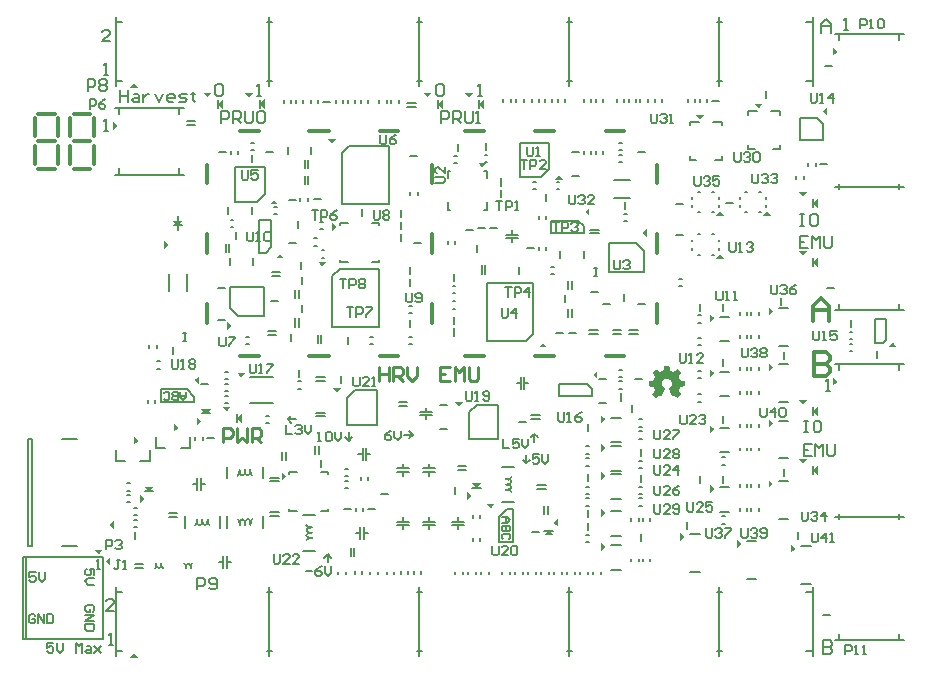
<source format=gbr>
%TF.GenerationSoftware,Altium Limited,Altium Designer,22.7.1 (60)*%
G04 Layer_Color=65535*
%FSLAX45Y45*%
%MOMM*%
%TF.SameCoordinates,2D3331B9-BAF7-4184-A00F-DBC0A2210F31*%
%TF.FilePolarity,Positive*%
%TF.FileFunction,Legend,Top*%
%TF.Part,Single*%
G01*
G75*
%TA.AperFunction,NonConductor*%
%ADD86C,0.30000*%
%ADD112C,0.20000*%
%ADD113C,0.15000*%
%ADD140C,0.25000*%
G36*
X7988000Y5143500D02*
X7948000Y5111342D01*
Y5175657D01*
X7988000Y5143500D01*
D02*
G37*
G36*
X2064158Y4836500D02*
X1999843D01*
X2032000Y4876500D01*
X2064158Y4836500D01*
D02*
G37*
G36*
X4863921Y4755706D02*
X4831764Y4794294D01*
X4896078D01*
X4863921Y4755706D01*
D02*
G37*
G36*
X4513921D02*
X4481763Y4794294D01*
X4546078D01*
X4513921Y4755706D01*
D02*
G37*
G36*
X3003921D02*
X2971763Y4794294D01*
X3036078D01*
X3003921Y4755706D01*
D02*
G37*
G36*
X2653921D02*
X2621764Y4794294D01*
X2686078D01*
X2653921Y4755706D01*
D02*
G37*
G36*
X4995000Y4660000D02*
X4950000Y4700000D01*
X4995000Y4740000D01*
Y4660000D01*
D02*
G37*
G36*
X4645000D02*
X4600000Y4700000D01*
X4645000Y4740000D01*
Y4660000D01*
D02*
G37*
G36*
X3135000D02*
X3090000Y4700000D01*
X3135000Y4740000D01*
Y4660000D01*
D02*
G37*
G36*
X2785000D02*
X2740000Y4700000D01*
X2785000Y4740000D01*
Y4660000D01*
D02*
G37*
G36*
X7318025Y4659615D02*
X7285867Y4698203D01*
X7350182D01*
X7318025Y4659615D01*
D02*
G37*
G36*
X7899999Y4607843D02*
X7861410Y4640000D01*
X7899999Y4672158D01*
Y4607843D01*
D02*
G37*
G36*
X6823027Y4569614D02*
X6790869Y4608203D01*
X6855184D01*
X6823027Y4569614D01*
D02*
G37*
G36*
X1892000Y4512400D02*
X1852000Y4480242D01*
Y4544557D01*
X1892000Y4512400D01*
D02*
G37*
G36*
X3705000Y4361411D02*
X3672843Y4400000D01*
X3737157D01*
X3705000Y4361411D01*
D02*
G37*
G36*
X4980000Y4161411D02*
X4947843Y4200000D01*
X5012157D01*
X4980000Y4161411D01*
D02*
G37*
G36*
X5661079Y4060706D02*
X5596764D01*
X5628921Y4099294D01*
X5661079Y4060706D01*
D02*
G37*
G36*
X7693921Y3915706D02*
X7661763Y3954294D01*
X7726078D01*
X7693921Y3915706D01*
D02*
G37*
G36*
X3251079Y3850706D02*
X3186764D01*
X3218921Y3889294D01*
X3251079Y3850706D01*
D02*
G37*
G36*
X7825000Y3820000D02*
X7780000Y3860000D01*
X7825000Y3900000D01*
Y3820000D01*
D02*
G37*
G36*
X5884294Y3756764D02*
X5845706Y3788921D01*
X5884294Y3821079D01*
Y3756764D01*
D02*
G37*
G36*
X7022736Y3752323D02*
X6958421D01*
X6990579Y3790912D01*
X7022736Y3752323D01*
D02*
G37*
G36*
X7422736Y3752323D02*
X7358421D01*
X7390579Y3790911D01*
X7422736Y3752323D01*
D02*
G37*
G36*
X2400268Y3669968D02*
X2360268Y3711967D01*
X2440268D01*
X2400268Y3669968D01*
D02*
G37*
G36*
X3748589Y3660000D02*
X3710000Y3627842D01*
Y3692157D01*
X3748589Y3660000D01*
D02*
G37*
G36*
X6369294Y3576764D02*
X6330706Y3608921D01*
X6369294Y3641079D01*
Y3576764D01*
D02*
G37*
G36*
X2325000Y3505000D02*
X2286411Y3472842D01*
Y3537157D01*
X2325000Y3505000D01*
D02*
G37*
G36*
X7693921Y3415706D02*
X7661763Y3454294D01*
X7726078D01*
X7693921Y3415706D01*
D02*
G37*
G36*
X3301079Y3395706D02*
X3236764D01*
X3268921Y3434294D01*
X3301079Y3395706D01*
D02*
G37*
G36*
X7022736Y3392323D02*
X6958421D01*
X6990579Y3430912D01*
X7022736Y3392323D01*
D02*
G37*
G36*
X3625000Y3321411D02*
X3592842Y3360000D01*
X3657157D01*
X3625000Y3321411D01*
D02*
G37*
G36*
X7825000Y3320000D02*
X7780000Y3360000D01*
X7825000Y3400000D01*
Y3320000D01*
D02*
G37*
G36*
X7444294Y2946079D02*
X7405706Y2913921D01*
Y2978236D01*
X7444294Y2946079D01*
D02*
G37*
G36*
X6945589Y2884976D02*
X6907000Y2852818D01*
Y2917133D01*
X6945589Y2884976D01*
D02*
G37*
G36*
X2859295Y2821079D02*
X2820706Y2788921D01*
Y2853236D01*
X2859295Y2821079D01*
D02*
G37*
G36*
X8485094Y2644742D02*
X8420779D01*
X8452937Y2683330D01*
X8485094Y2644742D01*
D02*
G37*
G36*
X5527157Y2640000D02*
X5462843D01*
X5495000Y2678589D01*
X5527157Y2640000D01*
D02*
G37*
G36*
X7444294Y2476079D02*
X7405706Y2443921D01*
Y2508236D01*
X7444294Y2476079D01*
D02*
G37*
G36*
X6561539Y2483876D02*
X6562565D01*
Y2483364D01*
Y2482851D01*
Y2482338D01*
X6563078D01*
Y2481825D01*
Y2481312D01*
Y2480799D01*
Y2480286D01*
Y2479773D01*
X6563591D01*
Y2479260D01*
Y2478747D01*
Y2478234D01*
Y2477721D01*
Y2477208D01*
Y2476695D01*
X6564104D01*
Y2476182D01*
Y2475669D01*
Y2475156D01*
Y2474643D01*
Y2474130D01*
X6564617D01*
Y2473618D01*
Y2473104D01*
Y2472591D01*
Y2472079D01*
Y2471566D01*
X6565130D01*
Y2471052D01*
Y2470540D01*
Y2470027D01*
Y2469514D01*
Y2469001D01*
Y2468488D01*
X6565643D01*
Y2467975D01*
Y2467462D01*
Y2466949D01*
Y2466436D01*
Y2465923D01*
X6566156D01*
Y2465410D01*
Y2464897D01*
Y2464384D01*
Y2463871D01*
Y2463358D01*
X6566668D01*
Y2462845D01*
Y2462332D01*
Y2461819D01*
Y2461306D01*
Y2460794D01*
Y2460281D01*
X6567181D01*
Y2459768D01*
Y2459255D01*
Y2458742D01*
Y2458229D01*
Y2457716D01*
X6567694D01*
Y2457203D01*
Y2456690D01*
Y2456177D01*
Y2455664D01*
Y2455151D01*
Y2454638D01*
X6568207D01*
Y2454125D01*
Y2453612D01*
Y2453099D01*
Y2452586D01*
Y2452073D01*
X6568720D01*
Y2451560D01*
Y2451047D01*
Y2450535D01*
Y2450021D01*
Y2449508D01*
X6569233D01*
Y2448996D01*
Y2448483D01*
Y2447969D01*
Y2447457D01*
Y2446944D01*
Y2446431D01*
X6569746D01*
Y2445918D01*
Y2445405D01*
Y2444892D01*
Y2444379D01*
Y2443866D01*
X6570259D01*
Y2443353D01*
Y2442840D01*
X6570772D01*
Y2442327D01*
X6571798D01*
Y2441814D01*
X6572824D01*
Y2441301D01*
X6574363D01*
Y2440788D01*
X6575389D01*
Y2440275D01*
X6576927D01*
Y2439762D01*
X6577954D01*
Y2439249D01*
X6578979D01*
Y2438736D01*
X6580518D01*
Y2438223D01*
X6581544D01*
Y2437711D01*
X6583083D01*
Y2437198D01*
X6584109D01*
Y2436684D01*
X6585648D01*
Y2436172D01*
X6586674D01*
Y2435659D01*
X6588213D01*
Y2435146D01*
X6589239D01*
Y2434633D01*
X6590264D01*
Y2434120D01*
X6591803D01*
Y2433607D01*
X6592829D01*
Y2433094D01*
X6594368D01*
Y2432581D01*
X6595394D01*
Y2432068D01*
X6596933D01*
Y2431555D01*
X6597959D01*
Y2431042D01*
X6599498D01*
Y2431555D01*
X6600524D01*
Y2432068D01*
X6601037D01*
Y2432581D01*
X6602062D01*
Y2433094D01*
X6602576D01*
Y2433607D01*
X6603088D01*
Y2434120D01*
X6604114D01*
Y2434633D01*
X6604627D01*
Y2435146D01*
X6605653D01*
Y2435659D01*
X6606166D01*
Y2436172D01*
X6607192D01*
Y2436684D01*
X6607705D01*
Y2437198D01*
X6608731D01*
Y2437711D01*
X6609244D01*
Y2438223D01*
X6610270D01*
Y2438736D01*
X6610783D01*
Y2439249D01*
X6611296D01*
Y2439762D01*
X6612322D01*
Y2440275D01*
X6612834D01*
Y2440788D01*
X6613861D01*
Y2441301D01*
X6614373D01*
Y2441814D01*
X6615399D01*
Y2442327D01*
X6615912D01*
Y2442840D01*
X6616938D01*
Y2443353D01*
X6617451D01*
Y2443866D01*
X6618477D01*
Y2444379D01*
X6618990D01*
Y2444892D01*
X6619503D01*
Y2445405D01*
X6620529D01*
Y2445918D01*
X6621042D01*
Y2446431D01*
X6622068D01*
Y2446944D01*
X6622581D01*
Y2447457D01*
X6623607D01*
Y2447969D01*
X6624120D01*
Y2448483D01*
X6625145D01*
Y2448996D01*
X6625659D01*
Y2449508D01*
X6626684D01*
Y2450021D01*
X6627197D01*
Y2450535D01*
X6628223D01*
Y2451047D01*
X6628736D01*
Y2451560D01*
X6629249D01*
Y2452073D01*
X6630275D01*
Y2452586D01*
X6630788D01*
Y2453099D01*
X6631814D01*
Y2453612D01*
X6632327D01*
Y2454125D01*
X6634892D01*
Y2453612D01*
X6635405D01*
Y2453099D01*
X6635917D01*
Y2452586D01*
X6636431D01*
Y2452073D01*
X6636944D01*
Y2451560D01*
X6637456D01*
Y2451047D01*
X6637969D01*
Y2450535D01*
X6638483D01*
Y2450021D01*
X6638995D01*
Y2449508D01*
X6639508D01*
Y2448996D01*
X6640021D01*
Y2448483D01*
X6640534D01*
Y2447969D01*
X6641047D01*
Y2447457D01*
X6641560D01*
Y2446944D01*
X6642073D01*
Y2446431D01*
X6642586D01*
Y2445918D01*
X6643099D01*
Y2445405D01*
X6643612D01*
Y2444892D01*
X6644125D01*
Y2444379D01*
X6644638D01*
Y2443866D01*
X6645151D01*
Y2443353D01*
X6645664D01*
Y2442840D01*
X6646177D01*
Y2442327D01*
X6646690D01*
Y2441814D01*
X6647203D01*
Y2441301D01*
X6647716D01*
Y2440788D01*
X6648229D01*
Y2440275D01*
X6648742D01*
Y2439762D01*
X6649254D01*
Y2439249D01*
X6649767D01*
Y2438736D01*
X6650280D01*
Y2438223D01*
X6650793D01*
Y2437711D01*
X6651306D01*
Y2437198D01*
X6651819D01*
Y2436684D01*
X6652332D01*
Y2436172D01*
X6652845D01*
Y2435659D01*
X6653358D01*
Y2435146D01*
X6653871D01*
Y2434633D01*
X6654384D01*
Y2434120D01*
X6654897D01*
Y2433607D01*
X6655410D01*
Y2433094D01*
X6655923D01*
Y2432581D01*
X6656436D01*
Y2432068D01*
X6656949D01*
Y2431555D01*
X6657462D01*
Y2431042D01*
X6657975D01*
Y2430529D01*
X6658488D01*
Y2430016D01*
X6659000D01*
Y2429503D01*
X6659514D01*
Y2428990D01*
X6660027D01*
Y2428477D01*
X6660539D01*
Y2427964D01*
X6661053D01*
Y2427451D01*
X6661566D01*
Y2426938D01*
X6662078D01*
Y2426425D01*
X6662591D01*
Y2425913D01*
X6663104D01*
Y2425400D01*
Y2424886D01*
Y2424374D01*
Y2423861D01*
Y2423347D01*
X6662591D01*
Y2422835D01*
X6662078D01*
Y2422322D01*
Y2421809D01*
X6661566D01*
Y2421296D01*
X6661053D01*
Y2420783D01*
Y2420270D01*
X6660539D01*
Y2419757D01*
X6660027D01*
Y2419244D01*
Y2418731D01*
X6659514D01*
Y2418218D01*
X6659000D01*
Y2417705D01*
X6658488D01*
Y2417192D01*
Y2416679D01*
X6657975D01*
Y2416166D01*
X6657462D01*
Y2415653D01*
Y2415140D01*
X6656949D01*
Y2414628D01*
X6656436D01*
Y2414114D01*
Y2413601D01*
X6655923D01*
Y2413089D01*
X6655410D01*
Y2412576D01*
Y2412063D01*
X6654897D01*
Y2411550D01*
X6654384D01*
Y2411037D01*
Y2410524D01*
X6653871D01*
Y2410011D01*
X6653358D01*
Y2409498D01*
X6652845D01*
Y2408985D01*
Y2408472D01*
X6652332D01*
Y2407959D01*
X6651819D01*
Y2407446D01*
Y2406933D01*
X6651306D01*
Y2406420D01*
X6650793D01*
Y2405907D01*
Y2405394D01*
X6650280D01*
Y2404881D01*
X6649767D01*
Y2404368D01*
Y2403855D01*
X6649254D01*
Y2403342D01*
X6648742D01*
Y2402830D01*
Y2402317D01*
X6648229D01*
Y2401803D01*
X6647716D01*
Y2401291D01*
X6647203D01*
Y2400778D01*
Y2400264D01*
X6646690D01*
Y2399752D01*
X6646177D01*
Y2399239D01*
Y2398726D01*
X6645664D01*
Y2398213D01*
X6645151D01*
Y2397700D01*
Y2397187D01*
X6644638D01*
Y2396674D01*
X6644125D01*
Y2396161D01*
Y2395648D01*
X6643612D01*
Y2395135D01*
X6643099D01*
Y2394622D01*
Y2394109D01*
X6642586D01*
Y2393596D01*
X6642073D01*
Y2393083D01*
Y2392570D01*
X6641560D01*
Y2392057D01*
X6641047D01*
Y2391545D01*
Y2391031D01*
X6640534D01*
Y2390518D01*
Y2390006D01*
Y2389493D01*
X6641047D01*
Y2388979D01*
Y2388467D01*
Y2387954D01*
X6641560D01*
Y2387441D01*
Y2386928D01*
X6642073D01*
Y2386415D01*
Y2385902D01*
X6642586D01*
Y2385389D01*
Y2384876D01*
Y2384363D01*
X6643099D01*
Y2383850D01*
Y2383337D01*
X6643612D01*
Y2382824D01*
Y2382311D01*
X6644125D01*
Y2381798D01*
Y2381285D01*
Y2380772D01*
X6644638D01*
Y2380259D01*
Y2379746D01*
X6645151D01*
Y2379233D01*
Y2378720D01*
X6645664D01*
Y2378208D01*
Y2377695D01*
Y2377181D01*
X6646177D01*
Y2376669D01*
Y2376156D01*
X6646690D01*
Y2375643D01*
Y2375130D01*
X6647203D01*
Y2374617D01*
Y2374104D01*
Y2373591D01*
X6647716D01*
Y2373078D01*
Y2372565D01*
X6648229D01*
Y2372052D01*
Y2371539D01*
X6648742D01*
Y2371026D01*
Y2370513D01*
Y2370000D01*
X6649254D01*
Y2369487D01*
Y2368974D01*
X6649767D01*
Y2368462D01*
Y2367948D01*
X6650280D01*
Y2367435D01*
Y2366923D01*
Y2366409D01*
X6650793D01*
Y2365896D01*
Y2365384D01*
X6651306D01*
Y2364871D01*
Y2364358D01*
X6651819D01*
Y2363845D01*
Y2363332D01*
Y2362819D01*
X6652332D01*
Y2362306D01*
Y2361793D01*
X6652845D01*
Y2361280D01*
X6653871D01*
Y2360767D01*
X6655410D01*
Y2360254D01*
X6658488D01*
Y2359741D01*
X6661053D01*
Y2359228D01*
X6663617D01*
Y2358715D01*
X6666695D01*
Y2358202D01*
X6669260D01*
Y2357689D01*
X6672337D01*
Y2357176D01*
X6674902D01*
Y2356663D01*
X6677467D01*
Y2356150D01*
X6680545D01*
Y2355637D01*
X6683110D01*
Y2355125D01*
X6685674D01*
Y2354611D01*
X6688752D01*
Y2354098D01*
X6691317D01*
Y2353586D01*
X6692856D01*
Y2353073D01*
Y2352560D01*
X6693369D01*
Y2352047D01*
Y2351534D01*
Y2351021D01*
Y2350508D01*
Y2349995D01*
Y2349482D01*
Y2348969D01*
Y2348456D01*
Y2347943D01*
Y2347430D01*
Y2346917D01*
Y2346404D01*
Y2345891D01*
Y2345378D01*
Y2344865D01*
Y2344352D01*
Y2343840D01*
Y2343326D01*
Y2342813D01*
Y2342301D01*
Y2341788D01*
Y2341274D01*
Y2340762D01*
Y2340249D01*
Y2339736D01*
Y2339223D01*
Y2338710D01*
Y2338197D01*
Y2337684D01*
Y2337171D01*
Y2336658D01*
Y2336145D01*
Y2335632D01*
Y2335119D01*
Y2334606D01*
Y2334093D01*
Y2333580D01*
Y2333067D01*
Y2332554D01*
Y2332041D01*
Y2331528D01*
Y2331015D01*
Y2330503D01*
Y2329990D01*
Y2329477D01*
Y2328964D01*
Y2328451D01*
Y2327938D01*
Y2327425D01*
Y2326912D01*
Y2326399D01*
Y2325886D01*
Y2325373D01*
Y2324860D01*
Y2324347D01*
Y2323834D01*
Y2323321D01*
Y2322808D01*
Y2322295D01*
Y2321782D01*
Y2321269D01*
Y2320756D01*
Y2320243D01*
Y2319730D01*
Y2319218D01*
Y2318705D01*
Y2318191D01*
Y2317679D01*
Y2317166D01*
Y2316653D01*
Y2316140D01*
Y2315627D01*
Y2315114D01*
Y2314601D01*
Y2314088D01*
Y2313575D01*
Y2313062D01*
Y2312549D01*
Y2312036D01*
X6692856D01*
Y2311523D01*
X6692343D01*
Y2311010D01*
X6690804D01*
Y2310497D01*
X6688239D01*
Y2309984D01*
X6685161D01*
Y2309471D01*
X6682597D01*
Y2308958D01*
X6679519D01*
Y2308445D01*
X6676954D01*
Y2307933D01*
X6674389D01*
Y2307420D01*
X6671312D01*
Y2306906D01*
X6668747D01*
Y2306394D01*
X6666182D01*
Y2305881D01*
X6663104D01*
Y2305368D01*
X6660539D01*
Y2304855D01*
X6657462D01*
Y2304342D01*
X6654897D01*
Y2303829D01*
X6654384D01*
Y2303316D01*
X6653871D01*
Y2302803D01*
X6653358D01*
Y2302290D01*
Y2301777D01*
X6652845D01*
Y2301264D01*
Y2300751D01*
X6652332D01*
Y2300238D01*
Y2299725D01*
Y2299212D01*
X6651819D01*
Y2298699D01*
Y2298186D01*
X6651306D01*
Y2297673D01*
Y2297160D01*
Y2296647D01*
X6650793D01*
Y2296135D01*
Y2295622D01*
X6650280D01*
Y2295108D01*
Y2294596D01*
Y2294083D01*
X6649767D01*
Y2293569D01*
Y2293057D01*
X6649254D01*
Y2292544D01*
Y2292031D01*
Y2291518D01*
X6648742D01*
Y2291005D01*
Y2290492D01*
X6648229D01*
Y2289979D01*
Y2289466D01*
Y2288953D01*
X6647716D01*
Y2288440D01*
Y2287927D01*
X6647203D01*
Y2287414D01*
Y2286901D01*
Y2286388D01*
X6646690D01*
Y2285875D01*
Y2285362D01*
X6646177D01*
Y2284850D01*
Y2284336D01*
Y2283823D01*
X6645664D01*
Y2283311D01*
Y2282798D01*
X6645151D01*
Y2282285D01*
Y2281772D01*
Y2281259D01*
X6644638D01*
Y2280746D01*
Y2280233D01*
X6644125D01*
Y2279720D01*
Y2279207D01*
Y2278694D01*
X6643612D01*
Y2278181D01*
Y2277668D01*
X6643099D01*
Y2277155D01*
Y2276642D01*
Y2276129D01*
X6642586D01*
Y2275616D01*
Y2275103D01*
X6642073D01*
Y2274590D01*
Y2274077D01*
Y2273564D01*
X6641560D01*
Y2273051D01*
Y2272539D01*
Y2272025D01*
X6642073D01*
Y2271513D01*
Y2271000D01*
X6642586D01*
Y2270486D01*
X6643099D01*
Y2269974D01*
Y2269461D01*
X6643612D01*
Y2268948D01*
X6644125D01*
Y2268435D01*
Y2267922D01*
X6644638D01*
Y2267409D01*
X6645151D01*
Y2266896D01*
X6645664D01*
Y2266383D01*
Y2265870D01*
X6646177D01*
Y2265357D01*
X6646690D01*
Y2264844D01*
Y2264331D01*
X6647203D01*
Y2263818D01*
X6647716D01*
Y2263305D01*
Y2262792D01*
X6648229D01*
Y2262279D01*
X6648742D01*
Y2261767D01*
Y2261253D01*
X6649254D01*
Y2260740D01*
X6649767D01*
Y2260228D01*
Y2259715D01*
X6650280D01*
Y2259201D01*
X6650793D01*
Y2258689D01*
X6651306D01*
Y2258176D01*
Y2257663D01*
X6651819D01*
Y2257150D01*
X6652332D01*
Y2256637D01*
Y2256124D01*
X6652845D01*
Y2255611D01*
X6653358D01*
Y2255098D01*
Y2254585D01*
X6653871D01*
Y2254072D01*
X6654384D01*
Y2253559D01*
Y2253046D01*
X6654897D01*
Y2252533D01*
X6655410D01*
Y2252020D01*
Y2251507D01*
X6655923D01*
Y2250994D01*
X6656436D01*
Y2250481D01*
Y2249968D01*
X6656949D01*
Y2249455D01*
X6657462D01*
Y2248942D01*
X6657975D01*
Y2248430D01*
Y2247917D01*
X6658488D01*
Y2247403D01*
X6659000D01*
Y2246891D01*
Y2246378D01*
X6659514D01*
Y2245865D01*
X6660027D01*
Y2245352D01*
Y2244839D01*
X6660539D01*
Y2244326D01*
X6661053D01*
Y2243813D01*
Y2243300D01*
X6661566D01*
Y2242787D01*
X6662078D01*
Y2242274D01*
Y2241761D01*
X6662591D01*
Y2241248D01*
X6663104D01*
Y2240735D01*
Y2240222D01*
Y2239709D01*
Y2239196D01*
Y2238683D01*
X6662591D01*
Y2238170D01*
X6662078D01*
Y2237657D01*
X6661566D01*
Y2237145D01*
X6661053D01*
Y2236631D01*
X6660539D01*
Y2236118D01*
X6660027D01*
Y2235606D01*
X6659514D01*
Y2235093D01*
X6659000D01*
Y2234579D01*
X6658488D01*
Y2234067D01*
X6657975D01*
Y2233554D01*
X6657462D01*
Y2233041D01*
X6656949D01*
Y2232528D01*
X6656436D01*
Y2232015D01*
X6655923D01*
Y2231502D01*
X6655410D01*
Y2230989D01*
X6654897D01*
Y2230476D01*
X6654384D01*
Y2229963D01*
X6653871D01*
Y2229450D01*
X6653358D01*
Y2228937D01*
X6652845D01*
Y2228424D01*
X6652332D01*
Y2227911D01*
X6651819D01*
Y2227398D01*
X6651306D01*
Y2226885D01*
X6650793D01*
Y2226372D01*
X6650280D01*
Y2225859D01*
X6649767D01*
Y2225346D01*
X6649254D01*
Y2224833D01*
X6648742D01*
Y2224320D01*
X6648229D01*
Y2223808D01*
X6647716D01*
Y2223295D01*
X6647203D01*
Y2222782D01*
X6646690D01*
Y2222269D01*
X6646177D01*
Y2221756D01*
X6645664D01*
Y2221243D01*
X6645151D01*
Y2220730D01*
X6644638D01*
Y2220217D01*
X6644125D01*
Y2219704D01*
X6643612D01*
Y2219191D01*
X6643099D01*
Y2218678D01*
X6642586D01*
Y2218165D01*
X6642073D01*
Y2217652D01*
X6641560D01*
Y2217139D01*
X6641047D01*
Y2216626D01*
X6640534D01*
Y2216113D01*
X6640021D01*
Y2215600D01*
X6639508D01*
Y2215087D01*
X6638995D01*
Y2214574D01*
X6638483D01*
Y2214062D01*
X6637969D01*
Y2213548D01*
X6637456D01*
Y2213035D01*
X6636944D01*
Y2212523D01*
X6636431D01*
Y2212010D01*
X6635917D01*
Y2211496D01*
X6635405D01*
Y2210984D01*
X6634379D01*
Y2210471D01*
X6632840D01*
Y2210984D01*
X6631814D01*
Y2211496D01*
X6631301D01*
Y2212010D01*
X6630275D01*
Y2212523D01*
X6629762D01*
Y2213035D01*
X6628736D01*
Y2213548D01*
X6628223D01*
Y2214062D01*
X6627197D01*
Y2214574D01*
X6626684D01*
Y2215087D01*
X6625659D01*
Y2215600D01*
X6625145D01*
Y2216113D01*
X6624632D01*
Y2216626D01*
X6623607D01*
Y2217139D01*
X6623094D01*
Y2217652D01*
X6622068D01*
Y2218165D01*
X6621555D01*
Y2218678D01*
X6620529D01*
Y2219191D01*
X6620016D01*
Y2219704D01*
X6618990D01*
Y2220217D01*
X6618477D01*
Y2220730D01*
X6617451D01*
Y2221243D01*
X6616938D01*
Y2221756D01*
X6616425D01*
Y2222269D01*
X6615399D01*
Y2222782D01*
X6614886D01*
Y2223295D01*
X6613861D01*
Y2223808D01*
X6613348D01*
Y2224320D01*
X6612322D01*
Y2224833D01*
X6611809D01*
Y2225346D01*
X6610783D01*
Y2225859D01*
X6610270D01*
Y2226372D01*
X6609244D01*
Y2226885D01*
X6608731D01*
Y2227398D01*
X6608218D01*
Y2227911D01*
X6607192D01*
Y2228424D01*
X6606679D01*
Y2228937D01*
X6605653D01*
Y2229450D01*
X6605140D01*
Y2229963D01*
X6604114D01*
Y2230476D01*
X6603601D01*
Y2230989D01*
X6602576D01*
Y2231502D01*
X6600011D01*
Y2230989D01*
X6598985D01*
Y2230476D01*
X6598472D01*
Y2229963D01*
X6597446D01*
Y2229450D01*
X6596420D01*
Y2228937D01*
X6595394D01*
Y2228424D01*
X6594368D01*
Y2227911D01*
X6593342D01*
Y2227398D01*
X6592316D01*
Y2226885D01*
X6591290D01*
Y2226372D01*
X6590778D01*
Y2225859D01*
X6589751D01*
Y2225346D01*
X6588726D01*
Y2224833D01*
X6587700D01*
Y2224320D01*
X6585135D01*
Y2224833D01*
X6584622D01*
Y2225346D01*
Y2225859D01*
X6584109D01*
Y2226372D01*
Y2226885D01*
Y2227398D01*
X6583596D01*
Y2227911D01*
Y2228424D01*
X6583083D01*
Y2228937D01*
Y2229450D01*
X6582570D01*
Y2229963D01*
Y2230476D01*
Y2230989D01*
X6582057D01*
Y2231502D01*
Y2232015D01*
X6581544D01*
Y2232528D01*
Y2233041D01*
Y2233554D01*
X6581031D01*
Y2234067D01*
Y2234579D01*
X6580518D01*
Y2235093D01*
Y2235606D01*
Y2236118D01*
X6580005D01*
Y2236631D01*
Y2237145D01*
X6579493D01*
Y2237657D01*
Y2238170D01*
X6578979D01*
Y2238683D01*
Y2239196D01*
Y2239709D01*
X6578466D01*
Y2240222D01*
Y2240735D01*
X6577954D01*
Y2241248D01*
Y2241761D01*
Y2242274D01*
X6577440D01*
Y2242787D01*
Y2243300D01*
X6576927D01*
Y2243813D01*
Y2244326D01*
X6576415D01*
Y2244839D01*
Y2245352D01*
Y2245865D01*
X6575902D01*
Y2246378D01*
Y2246891D01*
X6575389D01*
Y2247403D01*
Y2247917D01*
Y2248430D01*
X6574876D01*
Y2248942D01*
Y2249455D01*
X6574363D01*
Y2249968D01*
Y2250481D01*
Y2250994D01*
X6573850D01*
Y2251507D01*
Y2252020D01*
X6573337D01*
Y2252533D01*
Y2253046D01*
X6572824D01*
Y2253559D01*
Y2254072D01*
Y2254585D01*
X6572311D01*
Y2255098D01*
Y2255611D01*
X6571798D01*
Y2256124D01*
Y2256637D01*
Y2257150D01*
X6571285D01*
Y2257663D01*
Y2258176D01*
X6570772D01*
Y2258689D01*
Y2259201D01*
X6570259D01*
Y2259715D01*
Y2260228D01*
Y2260740D01*
X6569746D01*
Y2261253D01*
Y2261767D01*
X6569233D01*
Y2262279D01*
Y2262792D01*
Y2263305D01*
X6568720D01*
Y2263818D01*
Y2264331D01*
X6568207D01*
Y2264844D01*
Y2265357D01*
Y2265870D01*
X6567694D01*
Y2266383D01*
Y2266896D01*
X6567181D01*
Y2267409D01*
Y2267922D01*
X6566668D01*
Y2268435D01*
Y2268948D01*
Y2269461D01*
X6566156D01*
Y2269974D01*
Y2270486D01*
X6565643D01*
Y2271000D01*
Y2271513D01*
Y2272025D01*
X6565130D01*
Y2272539D01*
Y2273051D01*
X6564617D01*
Y2273564D01*
Y2274077D01*
X6564104D01*
Y2274590D01*
Y2275103D01*
Y2275616D01*
X6563591D01*
Y2276129D01*
Y2276642D01*
X6563078D01*
Y2277155D01*
Y2277668D01*
Y2278181D01*
X6562565D01*
Y2278694D01*
Y2279207D01*
X6562052D01*
Y2279720D01*
Y2280233D01*
Y2280746D01*
X6561539D01*
Y2281259D01*
Y2281772D01*
X6561026D01*
Y2282285D01*
Y2282798D01*
X6560513D01*
Y2283311D01*
Y2283823D01*
Y2284336D01*
X6560000D01*
Y2284850D01*
Y2285362D01*
X6559487D01*
Y2285875D01*
Y2286388D01*
Y2286901D01*
X6558974D01*
Y2287414D01*
Y2287927D01*
X6558461D01*
Y2288440D01*
Y2288953D01*
X6557948D01*
Y2289466D01*
Y2289979D01*
Y2290492D01*
X6557435D01*
Y2291005D01*
Y2291518D01*
X6557948D01*
Y2292031D01*
Y2292544D01*
X6558461D01*
Y2293057D01*
X6558974D01*
Y2293569D01*
X6560000D01*
Y2294083D01*
X6560513D01*
Y2294596D01*
X6561539D01*
Y2295108D01*
X6562052D01*
Y2295622D01*
X6563078D01*
Y2296135D01*
X6563591D01*
Y2296647D01*
X6564104D01*
Y2297160D01*
X6565130D01*
Y2297673D01*
X6565643D01*
Y2298186D01*
X6566668D01*
Y2298699D01*
X6567181D01*
Y2299212D01*
X6567694D01*
Y2299725D01*
X6568207D01*
Y2300238D01*
X6569233D01*
Y2300751D01*
X6569746D01*
Y2301264D01*
X6570259D01*
Y2301777D01*
X6570772D01*
Y2302290D01*
X6571285D01*
Y2302803D01*
X6571798D01*
Y2303316D01*
X6572311D01*
Y2303829D01*
X6572824D01*
Y2304342D01*
X6573337D01*
Y2304855D01*
Y2305368D01*
X6573850D01*
Y2305881D01*
X6574363D01*
Y2306394D01*
X6574876D01*
Y2306906D01*
X6575389D01*
Y2307420D01*
Y2307933D01*
X6575902D01*
Y2308445D01*
X6576415D01*
Y2308958D01*
Y2309471D01*
X6576927D01*
Y2309984D01*
X6577440D01*
Y2310497D01*
Y2311010D01*
X6577954D01*
Y2311523D01*
Y2312036D01*
X6578466D01*
Y2312549D01*
Y2313062D01*
X6578979D01*
Y2313575D01*
Y2314088D01*
X6579493D01*
Y2314601D01*
Y2315114D01*
X6580005D01*
Y2315627D01*
Y2316140D01*
X6580518D01*
Y2316653D01*
Y2317166D01*
X6581031D01*
Y2317679D01*
Y2318191D01*
Y2318705D01*
X6581544D01*
Y2319218D01*
Y2319730D01*
Y2320243D01*
X6582057D01*
Y2320756D01*
Y2321269D01*
Y2321782D01*
Y2322295D01*
X6582570D01*
Y2322808D01*
Y2323321D01*
Y2323834D01*
Y2324347D01*
Y2324860D01*
X6583083D01*
Y2325373D01*
Y2325886D01*
Y2326399D01*
Y2326912D01*
Y2327425D01*
Y2327938D01*
Y2328451D01*
X6583596D01*
Y2328964D01*
Y2329477D01*
Y2329990D01*
Y2330503D01*
Y2331015D01*
Y2331528D01*
Y2332041D01*
Y2332554D01*
Y2333067D01*
Y2333580D01*
Y2334093D01*
Y2334606D01*
Y2335119D01*
Y2335632D01*
X6583083D01*
Y2336145D01*
Y2336658D01*
Y2337171D01*
Y2337684D01*
Y2338197D01*
Y2338710D01*
Y2339223D01*
X6582570D01*
Y2339736D01*
Y2340249D01*
Y2340762D01*
Y2341274D01*
Y2341788D01*
X6582057D01*
Y2342301D01*
Y2342813D01*
Y2343326D01*
Y2343840D01*
X6581544D01*
Y2344352D01*
Y2344865D01*
Y2345378D01*
X6581031D01*
Y2345891D01*
Y2346404D01*
Y2346917D01*
X6580518D01*
Y2347430D01*
Y2347943D01*
X6580005D01*
Y2348456D01*
Y2348969D01*
Y2349482D01*
X6579493D01*
Y2349995D01*
Y2350508D01*
X6578979D01*
Y2351021D01*
Y2351534D01*
X6578466D01*
Y2352047D01*
Y2352560D01*
X6577954D01*
Y2353073D01*
X6577440D01*
Y2353586D01*
Y2354098D01*
X6576927D01*
Y2354611D01*
Y2355125D01*
X6576415D01*
Y2355637D01*
X6575902D01*
Y2356150D01*
Y2356663D01*
X6575389D01*
Y2357176D01*
X6574876D01*
Y2357689D01*
X6574363D01*
Y2358202D01*
Y2358715D01*
X6573850D01*
Y2359228D01*
X6573337D01*
Y2359741D01*
X6572824D01*
Y2360254D01*
X6572311D01*
Y2360767D01*
X6571798D01*
Y2361280D01*
X6571285D01*
Y2361793D01*
X6570772D01*
Y2362306D01*
X6570259D01*
Y2362819D01*
X6569746D01*
Y2363332D01*
X6569233D01*
Y2363845D01*
X6568720D01*
Y2364358D01*
X6568207D01*
Y2364871D01*
X6567694D01*
Y2365384D01*
X6566668D01*
Y2365896D01*
X6566156D01*
Y2366409D01*
X6565130D01*
Y2366923D01*
X6564617D01*
Y2367435D01*
X6563591D01*
Y2367948D01*
X6563078D01*
Y2368462D01*
X6562052D01*
Y2368974D01*
X6561026D01*
Y2369487D01*
X6560000D01*
Y2370000D01*
X6558974D01*
Y2370513D01*
X6557948D01*
Y2371026D01*
X6556922D01*
Y2371539D01*
X6555383D01*
Y2372052D01*
X6553844D01*
Y2372565D01*
X6552306D01*
Y2373078D01*
X6550254D01*
Y2373591D01*
X6547176D01*
Y2374104D01*
X6535378D01*
Y2373591D01*
X6532300D01*
Y2373078D01*
X6530249D01*
Y2372565D01*
X6528710D01*
Y2372052D01*
X6527171D01*
Y2371539D01*
X6525632D01*
Y2371026D01*
X6524606D01*
Y2370513D01*
X6523580D01*
Y2370000D01*
X6522554D01*
Y2369487D01*
X6521528D01*
Y2368974D01*
X6520502D01*
Y2368462D01*
X6519476D01*
Y2367948D01*
X6518964D01*
Y2367435D01*
X6517938D01*
Y2366923D01*
X6517425D01*
Y2366409D01*
X6516399D01*
Y2365896D01*
X6515886D01*
Y2365384D01*
X6515373D01*
Y2364871D01*
X6514860D01*
Y2364358D01*
X6513834D01*
Y2363845D01*
X6513321D01*
Y2363332D01*
X6512808D01*
Y2362819D01*
X6512295D01*
Y2362306D01*
X6511782D01*
Y2361793D01*
X6511269D01*
Y2361280D01*
X6510756D01*
Y2360767D01*
X6510243D01*
Y2360254D01*
X6509730D01*
Y2359741D01*
X6509217D01*
Y2359228D01*
X6508705D01*
Y2358715D01*
Y2358202D01*
X6508191D01*
Y2357689D01*
X6507678D01*
Y2357176D01*
X6507166D01*
Y2356663D01*
Y2356150D01*
X6506653D01*
Y2355637D01*
X6506139D01*
Y2355125D01*
Y2354611D01*
X6505627D01*
Y2354098D01*
X6505114D01*
Y2353586D01*
Y2353073D01*
X6504601D01*
Y2352560D01*
Y2352047D01*
X6504088D01*
Y2351534D01*
Y2351021D01*
X6503575D01*
Y2350508D01*
Y2349995D01*
X6503062D01*
Y2349482D01*
Y2348969D01*
X6502549D01*
Y2348456D01*
Y2347943D01*
X6502036D01*
Y2347430D01*
Y2346917D01*
Y2346404D01*
X6501523D01*
Y2345891D01*
Y2345378D01*
Y2344865D01*
X6501010D01*
Y2344352D01*
Y2343840D01*
Y2343326D01*
X6500497D01*
Y2342813D01*
Y2342301D01*
Y2341788D01*
Y2341274D01*
X6499984D01*
Y2340762D01*
Y2340249D01*
Y2339736D01*
Y2339223D01*
Y2338710D01*
X6499471D01*
Y2338197D01*
Y2337684D01*
Y2337171D01*
Y2336658D01*
Y2336145D01*
Y2335632D01*
Y2335119D01*
Y2334606D01*
Y2334093D01*
Y2333580D01*
X6498958D01*
Y2333067D01*
Y2332554D01*
Y2332041D01*
Y2331528D01*
Y2331015D01*
Y2330503D01*
X6499471D01*
Y2329990D01*
Y2329477D01*
Y2328964D01*
Y2328451D01*
Y2327938D01*
Y2327425D01*
Y2326912D01*
Y2326399D01*
Y2325886D01*
Y2325373D01*
X6499984D01*
Y2324860D01*
Y2324347D01*
Y2323834D01*
Y2323321D01*
Y2322808D01*
X6500497D01*
Y2322295D01*
Y2321782D01*
Y2321269D01*
Y2320756D01*
X6501010D01*
Y2320243D01*
Y2319730D01*
Y2319218D01*
X6501523D01*
Y2318705D01*
Y2318191D01*
Y2317679D01*
X6502036D01*
Y2317166D01*
Y2316653D01*
X6502549D01*
Y2316140D01*
Y2315627D01*
Y2315114D01*
X6503062D01*
Y2314601D01*
Y2314088D01*
X6503575D01*
Y2313575D01*
Y2313062D01*
X6504088D01*
Y2312549D01*
Y2312036D01*
X6504601D01*
Y2311523D01*
Y2311010D01*
X6505114D01*
Y2310497D01*
X6505627D01*
Y2309984D01*
Y2309471D01*
X6506139D01*
Y2308958D01*
X6506653D01*
Y2308445D01*
Y2307933D01*
X6507166D01*
Y2307420D01*
X6507678D01*
Y2306906D01*
Y2306394D01*
X6508191D01*
Y2305881D01*
X6508705D01*
Y2305368D01*
X6509217D01*
Y2304855D01*
X6509730D01*
Y2304342D01*
X6510243D01*
Y2303829D01*
Y2303316D01*
X6510756D01*
Y2302803D01*
X6511269D01*
Y2302290D01*
X6511782D01*
Y2301777D01*
X6512295D01*
Y2301264D01*
X6513321D01*
Y2300751D01*
X6513834D01*
Y2300238D01*
X6514347D01*
Y2299725D01*
X6514860D01*
Y2299212D01*
X6515373D01*
Y2298699D01*
X6516399D01*
Y2298186D01*
X6516912D01*
Y2297673D01*
X6517425D01*
Y2297160D01*
X6518451D01*
Y2296647D01*
X6518964D01*
Y2296135D01*
X6519476D01*
Y2295622D01*
X6520502D01*
Y2295108D01*
X6521015D01*
Y2294596D01*
X6522041D01*
Y2294083D01*
X6523067D01*
Y2293569D01*
X6523580D01*
Y2293057D01*
X6524606D01*
Y2292544D01*
Y2292031D01*
X6525119D01*
Y2291518D01*
Y2291005D01*
Y2290492D01*
Y2289979D01*
X6524606D01*
Y2289466D01*
Y2288953D01*
X6524093D01*
Y2288440D01*
Y2287927D01*
Y2287414D01*
X6523580D01*
Y2286901D01*
Y2286388D01*
X6523067D01*
Y2285875D01*
Y2285362D01*
X6522554D01*
Y2284850D01*
Y2284336D01*
Y2283823D01*
X6522041D01*
Y2283311D01*
Y2282798D01*
X6521528D01*
Y2282285D01*
Y2281772D01*
Y2281259D01*
X6521015D01*
Y2280746D01*
Y2280233D01*
X6520502D01*
Y2279720D01*
Y2279207D01*
X6519989D01*
Y2278694D01*
Y2278181D01*
Y2277668D01*
X6519476D01*
Y2277155D01*
Y2276642D01*
X6518964D01*
Y2276129D01*
Y2275616D01*
Y2275103D01*
X6518451D01*
Y2274590D01*
Y2274077D01*
X6517938D01*
Y2273564D01*
Y2273051D01*
Y2272539D01*
X6517425D01*
Y2272025D01*
Y2271513D01*
X6516912D01*
Y2271000D01*
Y2270486D01*
X6516399D01*
Y2269974D01*
Y2269461D01*
Y2268948D01*
X6515886D01*
Y2268435D01*
Y2267922D01*
X6515373D01*
Y2267409D01*
Y2266896D01*
Y2266383D01*
X6514860D01*
Y2265870D01*
Y2265357D01*
X6514347D01*
Y2264844D01*
Y2264331D01*
X6513834D01*
Y2263818D01*
Y2263305D01*
Y2262792D01*
X6513321D01*
Y2262279D01*
Y2261767D01*
X6512808D01*
Y2261253D01*
Y2260740D01*
Y2260228D01*
X6512295D01*
Y2259715D01*
Y2259201D01*
X6511782D01*
Y2258689D01*
Y2258176D01*
Y2257663D01*
X6511269D01*
Y2257150D01*
Y2256637D01*
X6510756D01*
Y2256124D01*
Y2255611D01*
X6510243D01*
Y2255098D01*
Y2254585D01*
Y2254072D01*
X6509730D01*
Y2253559D01*
Y2253046D01*
X6509217D01*
Y2252533D01*
Y2252020D01*
Y2251507D01*
X6508705D01*
Y2250994D01*
Y2250481D01*
X6508191D01*
Y2249968D01*
Y2249455D01*
X6507678D01*
Y2248942D01*
Y2248430D01*
Y2247917D01*
X6507166D01*
Y2247403D01*
Y2246891D01*
X6506653D01*
Y2246378D01*
Y2245865D01*
Y2245352D01*
X6506139D01*
Y2244839D01*
Y2244326D01*
X6505627D01*
Y2243813D01*
Y2243300D01*
Y2242787D01*
X6505114D01*
Y2242274D01*
Y2241761D01*
X6504601D01*
Y2241248D01*
Y2240735D01*
X6504088D01*
Y2240222D01*
Y2239709D01*
Y2239196D01*
X6503575D01*
Y2238683D01*
Y2238170D01*
X6503062D01*
Y2237657D01*
Y2237145D01*
Y2236631D01*
X6502549D01*
Y2236118D01*
Y2235606D01*
X6502036D01*
Y2235093D01*
Y2234579D01*
X6501523D01*
Y2234067D01*
Y2233554D01*
Y2233041D01*
X6501010D01*
Y2232528D01*
Y2232015D01*
X6500497D01*
Y2231502D01*
Y2230989D01*
Y2230476D01*
X6499984D01*
Y2229963D01*
Y2229450D01*
X6499471D01*
Y2228937D01*
Y2228424D01*
Y2227911D01*
X6498958D01*
Y2227398D01*
Y2226885D01*
X6498445D01*
Y2226372D01*
Y2225859D01*
X6497932D01*
Y2225346D01*
Y2224833D01*
X6497419D01*
Y2224320D01*
X6494854D01*
Y2224833D01*
X6493829D01*
Y2225346D01*
X6493316D01*
Y2225859D01*
X6492290D01*
Y2226372D01*
X6491264D01*
Y2226885D01*
X6490238D01*
Y2227398D01*
X6489212D01*
Y2227911D01*
X6488186D01*
Y2228424D01*
X6487160D01*
Y2228937D01*
X6486134D01*
Y2229450D01*
X6485621D01*
Y2229963D01*
X6484595D01*
Y2230476D01*
X6483569D01*
Y2230989D01*
X6482544D01*
Y2231502D01*
X6479979D01*
Y2230989D01*
X6478953D01*
Y2230476D01*
X6478440D01*
Y2229963D01*
X6477927D01*
Y2229450D01*
X6476901D01*
Y2228937D01*
X6476388D01*
Y2228424D01*
X6475362D01*
Y2227911D01*
X6474849D01*
Y2227398D01*
X6473823D01*
Y2226885D01*
X6473310D01*
Y2226372D01*
X6472284D01*
Y2225859D01*
X6471771D01*
Y2225346D01*
X6470746D01*
Y2224833D01*
X6470233D01*
Y2224320D01*
X6469720D01*
Y2223808D01*
X6468694D01*
Y2223295D01*
X6468181D01*
Y2222782D01*
X6467155D01*
Y2222269D01*
X6466642D01*
Y2221756D01*
X6465616D01*
Y2221243D01*
X6465103D01*
Y2220730D01*
X6464077D01*
Y2220217D01*
X6463564D01*
Y2219704D01*
X6462538D01*
Y2219191D01*
X6462025D01*
Y2218678D01*
X6461512D01*
Y2218165D01*
X6460486D01*
Y2217652D01*
X6459973D01*
Y2217139D01*
X6458948D01*
Y2216626D01*
X6458435D01*
Y2216113D01*
X6457409D01*
Y2215600D01*
X6456896D01*
Y2215087D01*
X6455870D01*
Y2214574D01*
X6455357D01*
Y2214062D01*
X6454331D01*
Y2213548D01*
X6453818D01*
Y2213035D01*
X6452792D01*
Y2212523D01*
X6452279D01*
Y2212010D01*
X6451766D01*
Y2211496D01*
X6450740D01*
Y2210984D01*
X6449715D01*
Y2210471D01*
X6448176D01*
Y2210984D01*
X6447149D01*
Y2211496D01*
X6446637D01*
Y2212010D01*
X6446124D01*
Y2212523D01*
X6445611D01*
Y2213035D01*
X6445098D01*
Y2213548D01*
X6444585D01*
Y2214062D01*
X6444072D01*
Y2214574D01*
X6443559D01*
Y2215087D01*
X6443046D01*
Y2215600D01*
X6442533D01*
Y2216113D01*
X6442020D01*
Y2216626D01*
X6441507D01*
Y2217139D01*
X6440994D01*
Y2217652D01*
X6440481D01*
Y2218165D01*
X6439968D01*
Y2218678D01*
X6439455D01*
Y2219191D01*
X6438942D01*
Y2219704D01*
X6438429D01*
Y2220217D01*
X6437916D01*
Y2220730D01*
X6437403D01*
Y2221243D01*
X6436890D01*
Y2221756D01*
X6436378D01*
Y2222269D01*
X6435864D01*
Y2222782D01*
X6435352D01*
Y2223295D01*
X6434839D01*
Y2223808D01*
X6434326D01*
Y2224320D01*
X6433813D01*
Y2224833D01*
X6433300D01*
Y2225346D01*
X6432787D01*
Y2225859D01*
X6432274D01*
Y2226372D01*
X6431761D01*
Y2226885D01*
X6431248D01*
Y2227398D01*
X6430735D01*
Y2227911D01*
X6430222D01*
Y2228424D01*
X6429709D01*
Y2228937D01*
X6429196D01*
Y2229450D01*
X6428683D01*
Y2229963D01*
X6428170D01*
Y2230476D01*
X6427657D01*
Y2230989D01*
X6427144D01*
Y2231502D01*
X6426631D01*
Y2232015D01*
X6426118D01*
Y2232528D01*
X6425605D01*
Y2233041D01*
X6425093D01*
Y2233554D01*
X6424579D01*
Y2234067D01*
X6424066D01*
Y2234579D01*
X6423554D01*
Y2235093D01*
X6423041D01*
Y2235606D01*
X6422528D01*
Y2236118D01*
X6422015D01*
Y2236631D01*
X6421502D01*
Y2237145D01*
X6420989D01*
Y2237657D01*
X6420476D01*
Y2238170D01*
X6419963D01*
Y2238683D01*
Y2239196D01*
X6419450D01*
Y2239709D01*
Y2240222D01*
Y2240735D01*
X6419963D01*
Y2241248D01*
Y2241761D01*
X6420476D01*
Y2242274D01*
Y2242787D01*
X6420989D01*
Y2243300D01*
X6421502D01*
Y2243813D01*
X6422015D01*
Y2244326D01*
Y2244839D01*
X6422528D01*
Y2245352D01*
X6423041D01*
Y2245865D01*
Y2246378D01*
X6423554D01*
Y2246891D01*
X6424066D01*
Y2247403D01*
Y2247917D01*
X6424579D01*
Y2248430D01*
X6425093D01*
Y2248942D01*
Y2249455D01*
X6425605D01*
Y2249968D01*
X6426118D01*
Y2250481D01*
Y2250994D01*
X6426631D01*
Y2251507D01*
X6427144D01*
Y2252020D01*
X6427657D01*
Y2252533D01*
Y2253046D01*
X6428170D01*
Y2253559D01*
X6428683D01*
Y2254072D01*
Y2254585D01*
X6429196D01*
Y2255098D01*
X6429709D01*
Y2255611D01*
Y2256124D01*
X6430222D01*
Y2256637D01*
X6430735D01*
Y2257150D01*
Y2257663D01*
X6431248D01*
Y2258176D01*
X6431761D01*
Y2258689D01*
Y2259201D01*
X6432274D01*
Y2259715D01*
X6432787D01*
Y2260228D01*
Y2260740D01*
X6433300D01*
Y2261253D01*
X6433813D01*
Y2261767D01*
X6434326D01*
Y2262279D01*
Y2262792D01*
X6434839D01*
Y2263305D01*
X6435352D01*
Y2263818D01*
Y2264331D01*
X6435864D01*
Y2264844D01*
X6436378D01*
Y2265357D01*
Y2265870D01*
X6436890D01*
Y2266383D01*
X6437403D01*
Y2266896D01*
Y2267409D01*
X6437916D01*
Y2267922D01*
X6438429D01*
Y2268435D01*
Y2268948D01*
X6438942D01*
Y2269461D01*
X6439455D01*
Y2269974D01*
X6439968D01*
Y2270486D01*
Y2271000D01*
X6440481D01*
Y2271513D01*
X6440994D01*
Y2272025D01*
Y2272539D01*
Y2273051D01*
Y2273564D01*
Y2274077D01*
X6440481D01*
Y2274590D01*
Y2275103D01*
Y2275616D01*
X6439968D01*
Y2276129D01*
Y2276642D01*
X6439455D01*
Y2277155D01*
Y2277668D01*
Y2278181D01*
X6438942D01*
Y2278694D01*
Y2279207D01*
X6438429D01*
Y2279720D01*
Y2280233D01*
Y2280746D01*
X6437916D01*
Y2281259D01*
Y2281772D01*
X6437403D01*
Y2282285D01*
Y2282798D01*
Y2283311D01*
X6436890D01*
Y2283823D01*
Y2284336D01*
X6436378D01*
Y2284850D01*
Y2285362D01*
Y2285875D01*
X6435864D01*
Y2286388D01*
Y2286901D01*
X6435352D01*
Y2287414D01*
Y2287927D01*
Y2288440D01*
X6434839D01*
Y2288953D01*
Y2289466D01*
X6434326D01*
Y2289979D01*
Y2290492D01*
Y2291005D01*
X6433813D01*
Y2291518D01*
Y2292031D01*
X6433300D01*
Y2292544D01*
Y2293057D01*
Y2293569D01*
X6432787D01*
Y2294083D01*
Y2294596D01*
X6432274D01*
Y2295108D01*
Y2295622D01*
Y2296135D01*
X6431761D01*
Y2296647D01*
Y2297160D01*
X6431248D01*
Y2297673D01*
Y2298186D01*
Y2298699D01*
X6430735D01*
Y2299212D01*
Y2299725D01*
X6430222D01*
Y2300238D01*
Y2300751D01*
Y2301264D01*
X6429709D01*
Y2301777D01*
Y2302290D01*
X6429196D01*
Y2302803D01*
Y2303316D01*
X6428683D01*
Y2303829D01*
X6427657D01*
Y2304342D01*
X6425093D01*
Y2304855D01*
X6422015D01*
Y2305368D01*
X6419450D01*
Y2305881D01*
X6416885D01*
Y2306394D01*
X6413807D01*
Y2306906D01*
X6411243D01*
Y2307420D01*
X6408678D01*
Y2307933D01*
X6405600D01*
Y2308445D01*
X6403035D01*
Y2308958D01*
X6399958D01*
Y2309471D01*
X6397393D01*
Y2309984D01*
X6394828D01*
Y2310497D01*
X6391750D01*
Y2311010D01*
X6390211D01*
Y2311523D01*
X6389698D01*
Y2312036D01*
X6389186D01*
Y2312549D01*
Y2313062D01*
Y2313575D01*
Y2314088D01*
Y2314601D01*
Y2315114D01*
Y2315627D01*
Y2316140D01*
Y2316653D01*
Y2317166D01*
Y2317679D01*
Y2318191D01*
Y2318705D01*
Y2319218D01*
Y2319730D01*
Y2320243D01*
Y2320756D01*
Y2321269D01*
Y2321782D01*
Y2322295D01*
Y2322808D01*
Y2323321D01*
Y2323834D01*
Y2324347D01*
Y2324860D01*
Y2325373D01*
Y2325886D01*
Y2326399D01*
Y2326912D01*
Y2327425D01*
Y2327938D01*
Y2328451D01*
Y2328964D01*
Y2329477D01*
Y2329990D01*
Y2330503D01*
Y2331015D01*
Y2331528D01*
Y2332041D01*
Y2332554D01*
Y2333067D01*
Y2333580D01*
Y2334093D01*
Y2334606D01*
Y2335119D01*
Y2335632D01*
Y2336145D01*
Y2336658D01*
Y2337171D01*
Y2337684D01*
Y2338197D01*
Y2338710D01*
Y2339223D01*
Y2339736D01*
Y2340249D01*
Y2340762D01*
Y2341274D01*
Y2341788D01*
Y2342301D01*
Y2342813D01*
Y2343326D01*
Y2343840D01*
Y2344352D01*
Y2344865D01*
Y2345378D01*
Y2345891D01*
Y2346404D01*
Y2346917D01*
Y2347430D01*
Y2347943D01*
Y2348456D01*
Y2348969D01*
Y2349482D01*
Y2349995D01*
Y2350508D01*
Y2351021D01*
Y2351534D01*
Y2352047D01*
Y2352560D01*
X6389698D01*
Y2353073D01*
X6390211D01*
Y2353586D01*
X6391237D01*
Y2354098D01*
X6393802D01*
Y2354611D01*
X6396880D01*
Y2355125D01*
X6399444D01*
Y2355637D01*
X6402522D01*
Y2356150D01*
X6405087D01*
Y2356663D01*
X6407652D01*
Y2357176D01*
X6410730D01*
Y2357689D01*
X6413294D01*
Y2358202D01*
X6415859D01*
Y2358715D01*
X6418937D01*
Y2359228D01*
X6421502D01*
Y2359741D01*
X6424579D01*
Y2360254D01*
X6427144D01*
Y2360767D01*
X6429196D01*
Y2361280D01*
X6429709D01*
Y2361793D01*
X6430222D01*
Y2362306D01*
Y2362819D01*
X6430735D01*
Y2363332D01*
Y2363845D01*
X6431248D01*
Y2364358D01*
Y2364871D01*
X6431761D01*
Y2365384D01*
Y2365896D01*
Y2366409D01*
X6432274D01*
Y2366923D01*
Y2367435D01*
X6432787D01*
Y2367948D01*
Y2368462D01*
X6433300D01*
Y2368974D01*
Y2369487D01*
Y2370000D01*
X6433813D01*
Y2370513D01*
Y2371026D01*
X6434326D01*
Y2371539D01*
Y2372052D01*
X6434839D01*
Y2372565D01*
Y2373078D01*
Y2373591D01*
X6435352D01*
Y2374104D01*
Y2374617D01*
X6435864D01*
Y2375130D01*
Y2375643D01*
X6436378D01*
Y2376156D01*
Y2376669D01*
Y2377181D01*
X6436890D01*
Y2377695D01*
Y2378208D01*
X6437403D01*
Y2378720D01*
Y2379233D01*
X6437916D01*
Y2379746D01*
Y2380259D01*
Y2380772D01*
X6438429D01*
Y2381285D01*
Y2381798D01*
X6438942D01*
Y2382311D01*
Y2382824D01*
X6439455D01*
Y2383337D01*
Y2383850D01*
Y2384363D01*
X6439968D01*
Y2384876D01*
Y2385389D01*
X6440481D01*
Y2385902D01*
Y2386415D01*
X6440994D01*
Y2386928D01*
Y2387441D01*
Y2387954D01*
X6441507D01*
Y2388467D01*
Y2388979D01*
X6442020D01*
Y2389493D01*
Y2390006D01*
Y2390518D01*
Y2391031D01*
Y2391545D01*
X6441507D01*
Y2392057D01*
X6440994D01*
Y2392570D01*
Y2393083D01*
X6440481D01*
Y2393596D01*
X6439968D01*
Y2394109D01*
Y2394622D01*
X6439455D01*
Y2395135D01*
X6438942D01*
Y2395648D01*
Y2396161D01*
X6438429D01*
Y2396674D01*
X6437916D01*
Y2397187D01*
Y2397700D01*
X6437403D01*
Y2398213D01*
X6436890D01*
Y2398726D01*
Y2399239D01*
X6436378D01*
Y2399752D01*
X6435864D01*
Y2400264D01*
X6435352D01*
Y2400778D01*
Y2401291D01*
X6434839D01*
Y2401803D01*
X6434326D01*
Y2402317D01*
Y2402830D01*
X6433813D01*
Y2403342D01*
X6433300D01*
Y2403855D01*
Y2404368D01*
X6432787D01*
Y2404881D01*
X6432274D01*
Y2405394D01*
Y2405907D01*
X6431761D01*
Y2406420D01*
X6431248D01*
Y2406933D01*
Y2407446D01*
X6430735D01*
Y2407959D01*
X6430222D01*
Y2408472D01*
X6429709D01*
Y2408985D01*
Y2409498D01*
X6429196D01*
Y2410011D01*
X6428683D01*
Y2410524D01*
Y2411037D01*
X6428170D01*
Y2411550D01*
X6427657D01*
Y2412063D01*
Y2412576D01*
X6427144D01*
Y2413089D01*
X6426631D01*
Y2413601D01*
Y2414114D01*
X6426118D01*
Y2414628D01*
X6425605D01*
Y2415140D01*
Y2415653D01*
X6425093D01*
Y2416166D01*
X6424579D01*
Y2416679D01*
X6424066D01*
Y2417192D01*
Y2417705D01*
X6423554D01*
Y2418218D01*
X6423041D01*
Y2418731D01*
Y2419244D01*
X6422528D01*
Y2419757D01*
X6422015D01*
Y2420270D01*
Y2420783D01*
X6421502D01*
Y2421296D01*
X6420989D01*
Y2421809D01*
Y2422322D01*
X6420476D01*
Y2422835D01*
X6419963D01*
Y2423347D01*
Y2423861D01*
X6419450D01*
Y2424374D01*
Y2424886D01*
Y2425400D01*
X6419963D01*
Y2425913D01*
Y2426425D01*
X6420476D01*
Y2426938D01*
X6420989D01*
Y2427451D01*
X6421502D01*
Y2427964D01*
X6422015D01*
Y2428477D01*
X6422528D01*
Y2428990D01*
X6423041D01*
Y2429503D01*
X6423554D01*
Y2430016D01*
X6424066D01*
Y2430529D01*
X6424579D01*
Y2431042D01*
X6425093D01*
Y2431555D01*
X6425605D01*
Y2432068D01*
X6426118D01*
Y2432581D01*
X6426631D01*
Y2433094D01*
X6427144D01*
Y2433607D01*
X6427657D01*
Y2434120D01*
X6428170D01*
Y2434633D01*
X6428683D01*
Y2435146D01*
X6429196D01*
Y2435659D01*
X6429709D01*
Y2436172D01*
X6430222D01*
Y2436684D01*
X6430735D01*
Y2437198D01*
X6431248D01*
Y2437711D01*
X6431761D01*
Y2438223D01*
X6432274D01*
Y2438736D01*
X6432787D01*
Y2439249D01*
X6433300D01*
Y2439762D01*
X6433813D01*
Y2440275D01*
X6434326D01*
Y2440788D01*
X6434839D01*
Y2441301D01*
X6435352D01*
Y2441814D01*
X6435864D01*
Y2442327D01*
X6436378D01*
Y2442840D01*
X6436890D01*
Y2443353D01*
X6437403D01*
Y2443866D01*
X6437916D01*
Y2444379D01*
X6438429D01*
Y2444892D01*
X6438942D01*
Y2445405D01*
X6439455D01*
Y2445918D01*
X6439968D01*
Y2446431D01*
X6440481D01*
Y2446944D01*
X6440994D01*
Y2447457D01*
X6441507D01*
Y2447969D01*
X6442020D01*
Y2448483D01*
X6442533D01*
Y2448996D01*
X6443046D01*
Y2449508D01*
X6443559D01*
Y2450021D01*
X6444072D01*
Y2450535D01*
X6444585D01*
Y2451047D01*
X6445098D01*
Y2451560D01*
X6445611D01*
Y2452073D01*
X6446124D01*
Y2452586D01*
X6446637D01*
Y2453099D01*
X6447149D01*
Y2453612D01*
X6447662D01*
Y2454125D01*
X6450227D01*
Y2453612D01*
X6450740D01*
Y2453099D01*
X6451766D01*
Y2452586D01*
X6452279D01*
Y2452073D01*
X6453305D01*
Y2451560D01*
X6453818D01*
Y2451047D01*
X6454844D01*
Y2450535D01*
X6455357D01*
Y2450021D01*
X6456383D01*
Y2449508D01*
X6456896D01*
Y2448996D01*
X6457922D01*
Y2448483D01*
X6458435D01*
Y2447969D01*
X6458948D01*
Y2447457D01*
X6459973D01*
Y2446944D01*
X6460486D01*
Y2446431D01*
X6461512D01*
Y2445918D01*
X6462025D01*
Y2445405D01*
X6463051D01*
Y2444892D01*
X6463564D01*
Y2444379D01*
X6464590D01*
Y2443866D01*
X6465103D01*
Y2443353D01*
X6466129D01*
Y2442840D01*
X6466642D01*
Y2442327D01*
X6467668D01*
Y2441814D01*
X6468181D01*
Y2441301D01*
X6468694D01*
Y2440788D01*
X6469720D01*
Y2440275D01*
X6470233D01*
Y2439762D01*
X6471259D01*
Y2439249D01*
X6471771D01*
Y2438736D01*
X6472798D01*
Y2438223D01*
X6473310D01*
Y2437711D01*
X6474336D01*
Y2437198D01*
X6474849D01*
Y2436684D01*
X6475875D01*
Y2436172D01*
X6476388D01*
Y2435659D01*
X6476901D01*
Y2435146D01*
X6477927D01*
Y2434633D01*
X6478440D01*
Y2434120D01*
X6479466D01*
Y2433607D01*
X6479979D01*
Y2433094D01*
X6481005D01*
Y2432581D01*
X6481518D01*
Y2432068D01*
X6482544D01*
Y2431555D01*
X6483569D01*
Y2431042D01*
X6484595D01*
Y2431555D01*
X6486134D01*
Y2432068D01*
X6487160D01*
Y2432581D01*
X6488186D01*
Y2433094D01*
X6489725D01*
Y2433607D01*
X6490751D01*
Y2434120D01*
X6492290D01*
Y2434633D01*
X6493316D01*
Y2435146D01*
X6494854D01*
Y2435659D01*
X6495881D01*
Y2436172D01*
X6497419D01*
Y2436684D01*
X6498445D01*
Y2437198D01*
X6499471D01*
Y2437711D01*
X6501010D01*
Y2438223D01*
X6502036D01*
Y2438736D01*
X6503575D01*
Y2439249D01*
X6504601D01*
Y2439762D01*
X6506139D01*
Y2440275D01*
X6507166D01*
Y2440788D01*
X6508705D01*
Y2441301D01*
X6509730D01*
Y2441814D01*
X6510756D01*
Y2442327D01*
X6511782D01*
Y2442840D01*
X6512295D01*
Y2443353D01*
Y2443866D01*
X6512808D01*
Y2444379D01*
Y2444892D01*
Y2445405D01*
Y2445918D01*
X6513321D01*
Y2446431D01*
Y2446944D01*
Y2447457D01*
Y2447969D01*
Y2448483D01*
X6513834D01*
Y2448996D01*
Y2449508D01*
Y2450021D01*
Y2450535D01*
Y2451047D01*
Y2451560D01*
X6514347D01*
Y2452073D01*
Y2452586D01*
Y2453099D01*
Y2453612D01*
Y2454125D01*
X6514860D01*
Y2454638D01*
Y2455151D01*
Y2455664D01*
Y2456177D01*
Y2456690D01*
Y2457203D01*
X6515373D01*
Y2457716D01*
Y2458229D01*
Y2458742D01*
Y2459255D01*
Y2459768D01*
X6515886D01*
Y2460281D01*
Y2460794D01*
Y2461306D01*
Y2461819D01*
Y2462332D01*
X6516399D01*
Y2462845D01*
Y2463358D01*
Y2463871D01*
Y2464384D01*
Y2464897D01*
Y2465410D01*
X6516912D01*
Y2465923D01*
Y2466436D01*
Y2466949D01*
Y2467462D01*
Y2467975D01*
X6517425D01*
Y2468488D01*
Y2469001D01*
Y2469514D01*
Y2470027D01*
Y2470540D01*
X6517938D01*
Y2471052D01*
Y2471566D01*
Y2472079D01*
Y2472591D01*
Y2473104D01*
Y2473618D01*
X6518451D01*
Y2474130D01*
Y2474643D01*
Y2475156D01*
Y2475669D01*
Y2476182D01*
X6518964D01*
Y2476695D01*
Y2477208D01*
Y2477721D01*
Y2478234D01*
Y2478747D01*
Y2479260D01*
X6519476D01*
Y2479773D01*
Y2480286D01*
Y2480799D01*
Y2481312D01*
Y2481825D01*
X6519989D01*
Y2482338D01*
Y2482851D01*
Y2483364D01*
X6520502D01*
Y2483876D01*
X6521015D01*
Y2484389D01*
X6561539D01*
Y2483876D01*
D02*
G37*
G36*
X6945589Y2420000D02*
X6907000Y2387843D01*
Y2452158D01*
X6945589Y2420000D01*
D02*
G37*
G36*
X2940000Y2381411D02*
X2907842Y2420000D01*
X2972157D01*
X2940000Y2381411D01*
D02*
G37*
G36*
X5954294Y2376764D02*
X5915705Y2408921D01*
X5954294Y2441079D01*
Y2376764D01*
D02*
G37*
G36*
X2580000Y2327842D02*
X2541411Y2360000D01*
X2580000Y2392157D01*
Y2327842D01*
D02*
G37*
G36*
X7988000Y2349500D02*
X7948000Y2317342D01*
Y2381657D01*
X7988000Y2349500D01*
D02*
G37*
G36*
X3751079Y2260706D02*
X3718921Y2299294D01*
X3783236D01*
X3751079Y2260706D01*
D02*
G37*
G36*
X7693921Y2155706D02*
X7661763Y2194295D01*
X7726078D01*
X7693921Y2155706D01*
D02*
G37*
G36*
X4781079Y2140706D02*
X4748922Y2179295D01*
X4813236D01*
X4781079Y2140706D01*
D02*
G37*
G36*
X2813921Y2095706D02*
X2781764Y2134294D01*
X2846078D01*
X2813921Y2095706D01*
D02*
G37*
G36*
X2640000Y2080000D02*
X2600000Y2122000D01*
X2680000D01*
X2640000Y2080000D01*
D02*
G37*
G36*
X7825000Y2060000D02*
X7780000Y2100000D01*
X7825000Y2140000D01*
Y2060000D01*
D02*
G37*
G36*
X2945000Y2000000D02*
X2900000Y2040000D01*
X2945000Y2080000D01*
Y2000000D01*
D02*
G37*
G36*
X6025589Y2030001D02*
X5987000Y1997843D01*
Y2062158D01*
X6025589Y2030001D01*
D02*
G37*
G36*
X2599295Y2013922D02*
X2560706Y1981764D01*
Y2046079D01*
X2599295Y2013922D01*
D02*
G37*
G36*
X7444294Y1996079D02*
X7405706Y1963922D01*
Y2028236D01*
X7444294Y1996079D01*
D02*
G37*
G36*
X2409294Y1961079D02*
X2370706Y1928921D01*
Y1993236D01*
X2409294Y1961079D01*
D02*
G37*
G36*
X6945589Y1945000D02*
X6907000Y1912843D01*
Y1977158D01*
X6945589Y1945000D01*
D02*
G37*
G36*
X2069294Y1851079D02*
X2030706Y1818921D01*
Y1883236D01*
X2069294Y1851079D01*
D02*
G37*
G36*
X6025589Y1790000D02*
X5987000Y1757843D01*
Y1822158D01*
X6025589Y1790000D01*
D02*
G37*
G36*
X7693921Y1655706D02*
X7661763Y1694295D01*
X7726078D01*
X7693921Y1655706D01*
D02*
G37*
G36*
X7825000Y1560000D02*
X7780000Y1600000D01*
X7825000Y1640000D01*
Y1560000D01*
D02*
G37*
G36*
X3318588Y1552843D02*
X3280000Y1520685D01*
Y1585000D01*
X3318588Y1552843D01*
D02*
G37*
G36*
X6025589Y1550000D02*
X5987000Y1517843D01*
Y1582158D01*
X6025589Y1550000D01*
D02*
G37*
G36*
X7444294Y1486079D02*
X7405705Y1453922D01*
Y1518236D01*
X7444294Y1486079D01*
D02*
G37*
G36*
X4930000Y1450000D02*
X4890000Y1492000D01*
X4970000D01*
X4930000Y1450000D01*
D02*
G37*
G36*
X2160000Y1420000D02*
X2120000Y1462000D01*
X2200000D01*
X2160000Y1420000D01*
D02*
G37*
G36*
X6945589Y1440001D02*
X6907000Y1407843D01*
Y1472158D01*
X6945589Y1440001D01*
D02*
G37*
G36*
X4889295Y1383921D02*
X4850706Y1351764D01*
Y1416078D01*
X4889295Y1383921D01*
D02*
G37*
G36*
X2119294Y1353921D02*
X2080706Y1321764D01*
Y1386079D01*
X2119294Y1353921D01*
D02*
G37*
G36*
X5050000Y1271411D02*
X5017842Y1310000D01*
X5082157D01*
X5050000Y1271411D01*
D02*
G37*
G36*
X6025589Y1240001D02*
X5987000Y1207843D01*
Y1272158D01*
X6025589Y1240001D01*
D02*
G37*
G36*
X5619294Y1123921D02*
X5580706Y1156078D01*
X5619294Y1188236D01*
Y1123921D01*
D02*
G37*
G36*
X1859294Y1101764D02*
X1820706Y1133921D01*
X1859294Y1166078D01*
Y1101764D01*
D02*
G37*
G36*
X5580000Y1048000D02*
X5500000D01*
X5540000Y1090000D01*
X5580000Y1048000D01*
D02*
G37*
G36*
X6694294Y1036079D02*
X6655706Y1003921D01*
Y1068236D01*
X6694294Y1036079D01*
D02*
G37*
G36*
X7174294Y976079D02*
X7135706Y943921D01*
Y1008236D01*
X7174294Y976079D01*
D02*
G37*
G36*
X6025589Y950001D02*
X5987000Y917843D01*
Y982158D01*
X6025589Y950001D01*
D02*
G37*
G36*
X7634294Y936079D02*
X7595706Y903921D01*
Y968236D01*
X7634294Y936079D01*
D02*
G37*
G36*
X1731079Y885706D02*
X1698921Y924294D01*
X1763236D01*
X1731079Y885706D01*
D02*
G37*
G36*
X1829295Y796764D02*
X1790706Y828921D01*
X1829295Y861079D01*
Y796764D01*
D02*
G37*
G36*
X2064158Y10500D02*
X1999843D01*
X2032000Y50500D01*
X2064158Y10500D01*
D02*
G37*
D86*
X4115000Y4470000D02*
X4265000D01*
X2645000Y2845000D02*
Y3005000D01*
Y3435000D02*
Y3600000D01*
Y4035000D02*
Y4185000D01*
X2925000Y4470000D02*
X3085000D01*
X3515000D02*
X3680000D01*
X4550000Y4035000D02*
Y4185000D01*
Y3435000D02*
Y3600000D01*
Y2845000D02*
Y3005000D01*
X4115000Y2565000D02*
X4265000D01*
X3515000D02*
X3680000D01*
X2925000D02*
X3085000D01*
X6025000Y4470000D02*
X6175000D01*
X4835000D02*
X4995000D01*
X5425000D02*
X5590000D01*
X6460000Y4035000D02*
Y4185000D01*
Y3435000D02*
Y3600000D01*
Y2845000D02*
Y3005000D01*
X6025000Y2565000D02*
X6175000D01*
X5425000D02*
X5590000D01*
X4835000D02*
X4995000D01*
X1520005Y4620000D02*
X1660004D01*
X1490002Y4430003D02*
Y4580000D01*
X1520005Y4390003D02*
X1660004D01*
X1520005Y4150003D02*
X1660004D01*
X1690002Y4430003D02*
Y4580000D01*
X1490002Y4195002D02*
Y4344999D01*
X1690002Y4195002D02*
Y4344999D01*
X1390002Y4195002D02*
Y4344999D01*
X1190003Y4195002D02*
Y4344999D01*
X1390002Y4430003D02*
Y4580000D01*
X1220000Y4150003D02*
X1360005D01*
X1220000Y4390003D02*
X1360005D01*
X1190003Y4430003D02*
Y4580000D01*
X1220000Y4620000D02*
X1360005D01*
X7790000Y2599936D02*
Y2400000D01*
X7889968D01*
X7923290Y2433323D01*
Y2466645D01*
X7889968Y2499968D01*
X7790000D01*
X7889968D01*
X7923290Y2533290D01*
Y2566613D01*
X7889968Y2599936D01*
X7790000D01*
X7780000Y2860000D02*
Y2993290D01*
X7846645Y3059935D01*
X7913290Y2993290D01*
Y2860000D01*
Y2959968D01*
X7780000D01*
D112*
X7963000Y160500D02*
X8548000D01*
X8508000Y164500D02*
Y214500D01*
X8003000Y164500D02*
Y214500D01*
Y1184500D02*
Y1229500D01*
X8508000Y1184500D02*
Y1229500D01*
X7973000Y1206500D02*
X8538000D01*
X8508000Y1184500D02*
Y1229500D01*
X8003000Y1184500D02*
Y1229500D01*
X7963000Y1206500D02*
X8548000D01*
X8508000Y2449500D02*
Y2499500D01*
X7963000Y2501500D02*
X8548000D01*
X8003000Y2449500D02*
Y2499500D01*
X7963000Y2954500D02*
X8548000D01*
X8508000Y2958500D02*
Y3008500D01*
X8003000Y2958500D02*
Y3008500D01*
Y3978500D02*
Y4023500D01*
X8508000Y3978500D02*
Y4023500D01*
X7973000Y4000500D02*
X8538000D01*
X8508000Y3978500D02*
Y4023500D01*
X8003000Y3978500D02*
Y4023500D01*
X7963000Y4000500D02*
X8548000D01*
X8508000Y5243500D02*
Y5293500D01*
X7963000Y5295500D02*
X8548000D01*
X8003000Y5243500D02*
Y5293500D01*
X6962000Y65500D02*
X7007000D01*
X6962000Y570500D02*
X7007000D01*
X6985000Y35500D02*
Y600500D01*
X6962000Y570500D02*
X7007000D01*
X6962000Y65500D02*
X7007000D01*
X6985000Y25500D02*
Y610500D01*
X5692000Y65500D02*
X5737000D01*
X5692000Y570500D02*
X5737000D01*
X5715000Y35500D02*
Y600500D01*
X5692000Y570500D02*
X5737000D01*
X5692000Y65500D02*
X5737000D01*
X5715000Y25500D02*
Y610500D01*
X4422000Y65500D02*
X4467000D01*
X4422000Y570500D02*
X4467000D01*
X4445000Y35500D02*
Y600500D01*
X4422000Y570500D02*
X4467000D01*
X4422000Y65500D02*
X4467000D01*
X4445000Y25500D02*
Y610500D01*
X7777000Y25500D02*
Y610500D01*
X7723000Y570500D02*
X7773000D01*
X7723000Y65500D02*
X7773000D01*
X3152000D02*
X3197000D01*
X3152000Y570500D02*
X3197000D01*
X3175000Y35500D02*
Y600500D01*
X3152000Y570500D02*
X3197000D01*
X3152000Y65500D02*
X3197000D01*
X3175000Y25500D02*
Y610500D01*
X1882000Y570500D02*
X1932000D01*
X1880000Y25500D02*
Y610500D01*
X1882000Y65500D02*
X1932000D01*
X6962000Y4891500D02*
X7007000D01*
X6962000Y5396500D02*
X7007000D01*
X6985000Y4861500D02*
Y5426500D01*
X6962000Y5396500D02*
X7007000D01*
X6962000Y4891500D02*
X7007000D01*
X6985000Y4851500D02*
Y5436500D01*
X5692000Y4891500D02*
X5737000D01*
X5692000Y5396500D02*
X5737000D01*
X5715000Y4861500D02*
Y5426500D01*
X5692000Y5396500D02*
X5737000D01*
X5692000Y4891500D02*
X5737000D01*
X5715000Y4851500D02*
Y5436500D01*
X4422000Y4891500D02*
X4467000D01*
X4422000Y5396500D02*
X4467000D01*
X4445000Y4861500D02*
Y5426500D01*
X4422000Y5396500D02*
X4467000D01*
X4422000Y4891500D02*
X4467000D01*
X4445000Y4851500D02*
Y5436500D01*
X7777000Y4851500D02*
Y5436500D01*
X7723000Y5396500D02*
X7773000D01*
X7723000Y4891500D02*
X7773000D01*
X3152000D02*
X3197000D01*
X3152000Y5396500D02*
X3197000D01*
X3175000Y4861500D02*
Y5426500D01*
X3152000Y5396500D02*
X3197000D01*
X3152000Y4891500D02*
X3197000D01*
X3175000Y4851500D02*
Y5436500D01*
X1882000Y5396500D02*
X1932000D01*
X1880000Y4851500D02*
Y5436500D01*
X1882000Y4891500D02*
X1932000D01*
X1907000Y4112400D02*
Y4157400D01*
X2412000Y4112400D02*
Y4157400D01*
X1867000Y4101400D02*
X2452000D01*
X1907000Y4612400D02*
Y4657400D01*
X1867000Y4664400D02*
X2452000D01*
X2412000Y4612400D02*
Y4657400D01*
X4360000Y1870003D02*
X4390002Y1900000D01*
X4360000Y1930002D02*
X4390002Y1900000D01*
X4320000D02*
X4390002D01*
X3850000Y1850003D02*
X3880002Y1880000D01*
X3820003D02*
X3850000Y1850003D01*
Y1920000D01*
X3640003Y859998D02*
X3670000Y890000D01*
X3700003Y859998D01*
X3670000Y819998D02*
Y890000D01*
X5389998Y1879998D02*
X5420000Y1910000D01*
X5449997Y1879998D01*
X5420000Y1839998D02*
Y1910000D01*
X5350000Y1660000D02*
X5380002Y1690002D01*
X5320003D02*
X5350000Y1660000D01*
Y1730002D01*
X3329997Y2029997D02*
X3360000Y2060000D01*
X3329997Y2029997D02*
X3360000Y2000000D01*
X3329997Y2029997D02*
X3400000D01*
X7766645Y1819968D02*
X7700000D01*
Y1720000D01*
X7766645D01*
X7700000Y1769984D02*
X7733322D01*
X7799968Y1720000D02*
Y1819968D01*
X7833290Y1786645D01*
X7866613Y1819968D01*
Y1720000D01*
X7899935Y1819968D02*
Y1736661D01*
X7916597Y1720000D01*
X7949919D01*
X7966580Y1736661D01*
Y1819968D01*
X4590000Y4853306D02*
X4606661Y4869968D01*
X4639984D01*
X4656645Y4853306D01*
Y4786661D01*
X4639984Y4770000D01*
X4606661D01*
X4590000Y4786661D01*
Y4853306D01*
X4940000Y4770000D02*
X4973323D01*
X4956661D01*
Y4869968D01*
X4940000Y4853306D01*
X4630000Y4540000D02*
Y4639968D01*
X4679984D01*
X4696645Y4623306D01*
Y4589984D01*
X4679984Y4573323D01*
X4630000D01*
X4729968Y4540000D02*
Y4639968D01*
X4779952D01*
X4796613Y4623306D01*
Y4589984D01*
X4779952Y4573323D01*
X4729968D01*
X4763290D02*
X4796613Y4540000D01*
X4829935Y4639968D02*
Y4556661D01*
X4846597Y4540000D01*
X4879919D01*
X4896581Y4556661D01*
Y4639968D01*
X4929903Y4540000D02*
X4963226D01*
X4946565D01*
Y4639968D01*
X4929903Y4623306D01*
X2770000Y4540000D02*
Y4639968D01*
X2819984D01*
X2836645Y4623306D01*
Y4589984D01*
X2819984Y4573323D01*
X2770000D01*
X2869968Y4540000D02*
Y4639968D01*
X2919952D01*
X2936613Y4623306D01*
Y4589984D01*
X2919952Y4573323D01*
X2869968D01*
X2903290D02*
X2936613Y4540000D01*
X2969936Y4639968D02*
Y4556661D01*
X2986597Y4540000D01*
X3019920D01*
X3036581Y4556661D01*
Y4639968D01*
X3069903Y4623306D02*
X3086565Y4639968D01*
X3119887D01*
X3136548Y4623306D01*
Y4556661D01*
X3119887Y4540000D01*
X3086565D01*
X3069903Y4556661D01*
Y4623306D01*
X2720000Y4853306D02*
X2736661Y4869968D01*
X2769984D01*
X2786645Y4853306D01*
Y4786661D01*
X2769984Y4770000D01*
X2736661D01*
X2720000Y4786661D01*
Y4853306D01*
X3070000Y4770000D02*
X3103322D01*
X3086661D01*
Y4869968D01*
X3070000Y4853306D01*
X7736645Y3579968D02*
X7670000D01*
Y3480000D01*
X7736645D01*
X7670000Y3529984D02*
X7703322D01*
X7769968Y3480000D02*
Y3579968D01*
X7803290Y3546645D01*
X7836613Y3579968D01*
Y3480000D01*
X7869935Y3579968D02*
Y3496661D01*
X7886597Y3480000D01*
X7919919D01*
X7936581Y3496661D01*
Y3579968D01*
X1826645Y5230000D02*
X1760000D01*
X1826645Y5296645D01*
Y5313306D01*
X1809984Y5329968D01*
X1776661D01*
X1760000Y5313306D01*
X1780000Y4950000D02*
X1813323D01*
X1796661D01*
Y5049968D01*
X1780000Y5033306D01*
Y4470000D02*
X1813323D01*
X1796661D01*
Y4569968D01*
X1780000Y4553306D01*
X1856645Y410000D02*
X1790000D01*
X1856645Y476645D01*
Y493306D01*
X1839984Y509968D01*
X1806661D01*
X1790000Y493306D01*
X1820000Y120000D02*
X1853322D01*
X1836661D01*
Y219968D01*
X1820000Y203306D01*
X7890000Y2270000D02*
X7923322D01*
X7906661D01*
Y2369968D01*
X7890000Y2353306D01*
X8040000Y5330000D02*
X8073322D01*
X8056661D01*
Y5429968D01*
X8040000Y5413306D01*
X7700000Y2019968D02*
X7733322D01*
X7716661D01*
Y1920000D01*
X7700000D01*
X7733322D01*
X7833290Y2019968D02*
X7799968D01*
X7783306Y2003306D01*
Y1936661D01*
X7799968Y1920000D01*
X7833290D01*
X7849951Y1936661D01*
Y2003306D01*
X7833290Y2019968D01*
X7670000Y3769968D02*
X7703322D01*
X7686661D01*
Y3670000D01*
X7670000D01*
X7703322D01*
X7803290Y3769968D02*
X7769968D01*
X7753306Y3753306D01*
Y3686661D01*
X7769968Y3670000D01*
X7803290D01*
X7819951Y3686661D01*
Y3753306D01*
X7803290Y3769968D01*
X1910000Y4819968D02*
Y4720000D01*
Y4769984D01*
X1976645D01*
Y4819968D01*
Y4720000D01*
X2026629Y4786645D02*
X2059952D01*
X2076613Y4769984D01*
Y4720000D01*
X2026629D01*
X2009968Y4736661D01*
X2026629Y4753322D01*
X2076613D01*
X2109936Y4786645D02*
Y4720000D01*
Y4753322D01*
X2126597Y4769984D01*
X2143258Y4786645D01*
X2159919D01*
X2209903D02*
X2243226Y4720000D01*
X2276548Y4786645D01*
X2359855Y4720000D02*
X2326533D01*
X2309871Y4736661D01*
Y4769984D01*
X2326533Y4786645D01*
X2359855D01*
X2376516Y4769984D01*
Y4753322D01*
X2309871D01*
X2409839Y4720000D02*
X2459823D01*
X2476484Y4736661D01*
X2459823Y4753322D01*
X2426500D01*
X2409839Y4769984D01*
X2426500Y4786645D01*
X2476484D01*
X2526468Y4803306D02*
Y4786645D01*
X2509807D01*
X2543129D01*
X2526468D01*
Y4736661D01*
X2543129Y4720000D01*
X7860000Y159961D02*
Y40000D01*
X7919981D01*
X7939974Y59994D01*
Y79987D01*
X7919981Y99980D01*
X7860000D01*
X7919981D01*
X7939974Y119974D01*
Y139968D01*
X7919981Y159961D01*
X7860000D01*
X7850000Y5300000D02*
Y5379974D01*
X7889987Y5419961D01*
X7929974Y5379974D01*
Y5300000D01*
Y5359981D01*
X7850000D01*
X2566694Y590016D02*
Y689984D01*
X2616678D01*
X2633339Y673323D01*
Y640000D01*
X2616678Y623339D01*
X2566694D01*
X2666661Y606677D02*
X2683323Y590016D01*
X2716645D01*
X2733306Y606677D01*
Y673323D01*
X2716645Y689984D01*
X2683323D01*
X2666661Y673323D01*
Y656661D01*
X2683323Y640000D01*
X2733306D01*
X1636694Y4810016D02*
Y4909984D01*
X1686678D01*
X1703339Y4893322D01*
Y4860000D01*
X1686678Y4843339D01*
X1636694D01*
X1736661Y4893322D02*
X1753323Y4909984D01*
X1786645D01*
X1803307Y4893322D01*
Y4876661D01*
X1786645Y4860000D01*
X1803307Y4843339D01*
Y4826677D01*
X1786645Y4810016D01*
X1753323D01*
X1736661Y4826677D01*
Y4843339D01*
X1753323Y4860000D01*
X1736661Y4876661D01*
Y4893322D01*
X1753323Y4860000D02*
X1786645D01*
D113*
X3489610Y1133092D02*
G03*
X3537447Y1115719I29342J6247D01*
G01*
X3538580Y1117028D02*
G03*
X3538626Y1071691I-19627J-22688D01*
G01*
X3538242Y1071198D02*
G03*
X3539490Y1024873I-18425J-23675D01*
G01*
X3538444Y1026078D02*
G03*
X3490666Y1009406I-18578J-23555D01*
G01*
X3033091Y1185388D02*
G03*
X3015718Y1137551I6247J-29342D01*
G01*
X3017027Y1136418D02*
G03*
X2971690Y1136372I-22688J19627D01*
G01*
X2971197Y1136756D02*
G03*
X2924872Y1135508I-23675J18425D01*
G01*
X2926077Y1136554D02*
G03*
X2909405Y1184332I-23555J18578D01*
G01*
X2906909Y1554613D02*
G03*
X2924282Y1602449I-6247J29342D01*
G01*
X2922973Y1603582D02*
G03*
X2968310Y1603628I22688J-19627D01*
G01*
X2968803Y1603244D02*
G03*
X3015128Y1604492I23675J-18425D01*
G01*
X3013923Y1603446D02*
G03*
X3030595Y1555668I23555J-18578D01*
G01*
X5225388Y1416908D02*
G03*
X5177551Y1434282I-29342J-6247D01*
G01*
X5176418Y1432972D02*
G03*
X5176372Y1478310I19627J22688D01*
G01*
X5176756Y1478803D02*
G03*
X5175508Y1525127I18425J23675D01*
G01*
X5176554Y1523923D02*
G03*
X5224332Y1540594I18578J23555D01*
G01*
X2546909Y1134612D02*
G03*
X2564282Y1182449I-6247J29342D01*
G01*
X2562973Y1183582D02*
G03*
X2608310Y1183628I22688J-19627D01*
G01*
X2608803Y1183244D02*
G03*
X2655128Y1184492I23675J-18425D01*
G01*
X2653923Y1183446D02*
G03*
X2670595Y1135668I23555J-18578D01*
G01*
X2509730Y769576D02*
G03*
X2471126Y768536I-19729J15354D01*
G01*
X2467630Y769399D02*
G03*
X2453737Y809214I-19629J15482D01*
G01*
X2522517Y808926D02*
G03*
X2513126Y769400I9483J-23132D01*
G01*
X2220271Y810424D02*
G03*
X2258874Y811464I19729J-15354D01*
G01*
X2262371Y810601D02*
G03*
X2276263Y770786I19629J-15482D01*
G01*
X2207483Y771074D02*
G03*
X2216874Y810600I-9483J23132D01*
G01*
X6070000Y755000D02*
X6150000D01*
X6070000Y965000D02*
X6150000D01*
X6990000Y1245000D02*
X7070000D01*
X6990000Y1455000D02*
X7070000D01*
X6990000Y2225000D02*
X7070000D01*
X6990000Y2435000D02*
X7070000D01*
X6070000Y1595000D02*
X6150000D01*
X6070000Y1805000D02*
X6150000D01*
X6070000Y1835000D02*
X6150000D01*
X6070000Y2045000D02*
X6150000D01*
X6070000Y1045000D02*
X6150000D01*
X6070000Y1255000D02*
X6150000D01*
X6070000Y1355000D02*
X6150000D01*
X6070000Y1565000D02*
X6150000D01*
X6990000Y1750000D02*
X7070000D01*
X6990000Y1960000D02*
X7070000D01*
X6990000Y2689975D02*
X7070000D01*
X6990000Y2899975D02*
X7070000D01*
X7680000Y960000D02*
X7760000D01*
X7680000Y640000D02*
X7760000D01*
X7490000Y2020000D02*
X7570000D01*
X7490000Y1700000D02*
X7570000D01*
X7220000Y1000000D02*
X7300000D01*
X7220000Y680000D02*
X7300000D01*
X7490000Y2500000D02*
X7570000D01*
X7490000Y2180000D02*
X7570000D01*
X6740000Y1060000D02*
X6820000D01*
X6740000Y740000D02*
X6820000D01*
X7490000Y2970000D02*
X7570000D01*
X7490000Y2650000D02*
X7570000D01*
X6982000Y3897000D02*
Y3913000D01*
X6758000Y3897000D02*
Y3913000D01*
X6982000Y3827000D02*
Y3843000D01*
X6758000Y3827000D02*
Y3843000D01*
X6922000Y3957000D02*
X6938000D01*
X6802000Y3783000D02*
X6818000D01*
X6802000Y3957000D02*
X6818000D01*
X6922000Y3783000D02*
X6938000D01*
X7490000Y1510000D02*
X7570000D01*
X7490000Y1190000D02*
X7570000D01*
X7382000Y3897000D02*
Y3913000D01*
X7158000Y3897000D02*
Y3913000D01*
X7382000Y3827000D02*
Y3843000D01*
X7158000Y3827000D02*
Y3843000D01*
X7322000Y3957000D02*
X7338000D01*
X7202000Y3783000D02*
X7218000D01*
X7202000Y3957000D02*
X7218000D01*
X7322000Y3783000D02*
X7338000D01*
X5560564Y3606380D02*
Y3713108D01*
Y3606380D02*
X5839655D01*
X5560564Y3713108D02*
X5791814D01*
X5839655Y3665267D01*
Y3606380D02*
Y3665267D01*
X6735000Y4520000D02*
Y4550000D01*
X6810000D01*
X7005000Y4230000D02*
Y4260000D01*
X6947500Y4230000D02*
X7005000D01*
X6735000D02*
Y4260000D01*
Y4230000D02*
X6792500D01*
X7005000Y4520000D02*
Y4550000D01*
X6930000D02*
X7005000D01*
X7229998Y4610001D02*
Y4640001D01*
X7304998D01*
X7499998Y4320001D02*
Y4350001D01*
X7442498Y4320001D02*
X7499998D01*
X7229998D02*
Y4350001D01*
Y4320001D02*
X7287498D01*
X7499998Y4610001D02*
Y4640001D01*
X7424998D02*
X7499998D01*
X3345000Y1255000D02*
X3406500D01*
X3345000D02*
Y1272500D01*
X3613500Y1255000D02*
X3675000D01*
Y1272500D01*
X3613500Y1585000D02*
X3675000D01*
Y1567500D02*
Y1585000D01*
X3345000D02*
X3406500D01*
X3345000Y1567500D02*
Y1585000D01*
X3835000Y1985606D02*
Y2210000D01*
X3900515Y2275516D01*
X4085000D01*
X3835000Y1985606D02*
X4085000D01*
Y2275516D01*
X5186949Y1270086D02*
X5236498D01*
X5122998Y990409D02*
X5236498D01*
Y1270086D01*
X5122998Y990409D02*
Y1206135D01*
X5186949Y1270086D01*
X4865000Y1865607D02*
Y2090001D01*
X4930516Y2155516D01*
X5115000D01*
X4865000Y1865607D02*
X5115000D01*
Y2155516D01*
X2540086Y2173502D02*
Y2223050D01*
X2260410Y2173502D02*
Y2287002D01*
Y2173502D02*
X2540086D01*
X2260410Y2287002D02*
X2476135D01*
X2540086Y2223050D01*
X3009999Y2390000D02*
X3209999D01*
X3009999Y2170000D02*
X3209999D01*
X5630564Y2226380D02*
Y2333108D01*
Y2226380D02*
X5909655D01*
X5630564Y2333108D02*
X5861814D01*
X5909655Y2285267D01*
Y2226380D02*
Y2285267D01*
X8305266Y2878883D02*
X8395265D01*
X8305266Y2679333D02*
Y2878883D01*
Y2679333D02*
X8375047D01*
X8395265Y2699551D01*
Y2878883D01*
X7669999Y4395000D02*
X7859999D01*
Y4533826D01*
X7669999Y4395000D02*
Y4585000D01*
X7808825D02*
X7859999Y4533826D01*
X7669999Y4585000D02*
X7808825D01*
X6982000Y3537000D02*
Y3553000D01*
X6758000Y3537000D02*
Y3553000D01*
X6982000Y3467000D02*
Y3483000D01*
X6758000Y3467000D02*
Y3483000D01*
X6922000Y3597000D02*
X6938000D01*
X6802000Y3423000D02*
X6818000D01*
X6802000Y3597000D02*
X6818000D01*
X6922000Y3423000D02*
X6938000D01*
X3086380Y3719436D02*
X3193108D01*
X3086380Y3440345D02*
Y3719436D01*
X3193108Y3488186D02*
Y3719436D01*
X3145267Y3440345D02*
X3193108Y3488186D01*
X3086380Y3440345D02*
X3145267D01*
X3710000Y2814315D02*
X4105000D01*
Y3305311D01*
X3770311D02*
X4105000D01*
X3710000Y3245000D02*
X3770311Y3305311D01*
X3710000Y2814315D02*
Y3245000D01*
X3775000Y3365000D02*
Y3382500D01*
Y3365000D02*
X3838500D01*
X4105000D02*
Y3382500D01*
X4041500Y3365000D02*
X4105000D01*
Y3677500D02*
Y3695000D01*
X4041500D02*
X4105000D01*
X3775000Y3677500D02*
Y3695000D01*
X3838500D01*
X2910000Y2905000D02*
X3134394D01*
X2844485Y2970516D02*
X2910000Y2905000D01*
X2844485Y2970516D02*
Y3155000D01*
X3134394Y2905000D02*
Y3155000D01*
X2844485D02*
X3134394D01*
X3790000Y3854315D02*
X4185000D01*
Y4345311D01*
X3850311D02*
X4185000D01*
X3790000Y4285000D02*
X3850311Y4345311D01*
X3790000Y3854315D02*
Y4285000D01*
X3135000Y3940000D02*
Y4164394D01*
X3069485Y3874485D02*
X3135000Y3940000D01*
X2885000Y3874485D02*
X3069485D01*
X2885000Y4164394D02*
X3135000D01*
X2885000Y3874485D02*
Y4164394D01*
X5015000Y3185685D02*
X5410000D01*
X5015000Y2694689D02*
Y3185685D01*
Y2694689D02*
X5349689D01*
X5410000Y2755000D01*
Y3185685D01*
X6055606Y3525000D02*
X6280000D01*
X6345516Y3459485D01*
Y3275000D02*
Y3459485D01*
X6055606Y3275000D02*
Y3525000D01*
Y3275000D02*
X6345516D01*
X4685000Y4135000D02*
X4702500D01*
X4685000Y4071500D02*
Y4135000D01*
Y3805000D02*
X4702500D01*
X4685000D02*
Y3868500D01*
X4997500Y3805000D02*
X5015000D01*
Y3868500D01*
X4997500Y4135000D02*
X5015000D01*
Y4071500D02*
Y4135000D01*
X5545000Y4150000D02*
Y4374394D01*
X5479485Y4084484D02*
X5545000Y4150000D01*
X5295000Y4084484D02*
X5479485D01*
X5295000Y4374394D02*
X5545000D01*
X5295000Y4084484D02*
Y4374394D01*
X2085000Y1675000D02*
X2165000D01*
Y1775000D01*
X1875000Y1675000D02*
X1955000D01*
X1875000D02*
Y1775000D01*
X2425000Y1785000D02*
X2505000D01*
Y1885000D01*
X2215000Y1785000D02*
X2295000D01*
X2215000D02*
Y1885000D01*
X2460039Y2702000D02*
Y2758000D01*
X2448000Y2698000D02*
X2472000D01*
X2448000Y2762000D02*
X2472000D01*
X5940039Y3252000D02*
Y3308000D01*
X5928000Y3248000D02*
X5952000D01*
X5928000Y3312000D02*
X5952000D01*
X5838000Y4278000D02*
Y4302000D01*
X5902000Y4278000D02*
Y4302000D01*
X6138000Y4208000D02*
X6162000D01*
X6138000Y4272000D02*
X6162000D01*
X6002000Y4278000D02*
Y4302000D01*
X5938000Y4278000D02*
Y4302000D01*
X6438000Y4718000D02*
Y4742000D01*
X6502000Y4718000D02*
Y4742000D01*
X6382000Y4718000D02*
Y4742000D01*
X6318000Y4718000D02*
Y4742000D01*
X6218000Y4718000D02*
Y4742000D01*
X6282000Y4718000D02*
Y4742000D01*
X6182000Y4718000D02*
Y4742000D01*
X6118000Y4718000D02*
Y4742000D01*
X6308000Y1618000D02*
X6332000D01*
X6308000Y1682000D02*
X6332000D01*
X6302000Y1168000D02*
Y1192000D01*
X6238000Y1168000D02*
Y1192000D01*
X6308000Y1398000D02*
X6332000D01*
X6308000Y1462000D02*
X6332000D01*
X7158000Y1258000D02*
Y1282000D01*
X7222000Y1258000D02*
Y1282000D01*
X6308000Y1868000D02*
X6332000D01*
X6308000Y1932000D02*
X6332000D01*
X7222000Y1968000D02*
Y1992000D01*
X7158000Y1968000D02*
Y1992000D01*
X7158000Y2248000D02*
Y2272000D01*
X7222000Y2248000D02*
Y2272000D01*
Y2448000D02*
Y2472000D01*
X7158000Y2448000D02*
Y2472000D01*
X7158000Y2718000D02*
Y2742000D01*
X7222000Y2718000D02*
Y2742000D01*
Y2918000D02*
Y2942000D01*
X7158000Y2918000D02*
Y2942000D01*
X8088000Y2608000D02*
X8112000D01*
X8088000Y2672000D02*
X8112000D01*
X8088000Y2708000D02*
X8112000D01*
X8088000Y2772000D02*
X8112000D01*
X3818000Y1612000D02*
X3842000D01*
X3818000Y1548000D02*
X3842000D01*
X3818000Y1448000D02*
X3842000D01*
X3818000Y1512000D02*
X3842000D01*
X3948000Y1518000D02*
Y1542000D01*
X4012000Y1518000D02*
Y1542000D01*
X3908000Y1258000D02*
Y1282000D01*
X3972000Y1258000D02*
Y1282000D01*
X1968000Y1492000D02*
X1992000D01*
X1968000Y1428000D02*
X1992000D01*
X3148000Y1998000D02*
X3172000D01*
X3148000Y2062000D02*
X3172000D01*
X4962000Y998000D02*
Y1022000D01*
X4898000Y998000D02*
Y1022000D01*
X4962000Y1198000D02*
Y1222000D01*
X4898000Y1198000D02*
Y1222000D01*
X3592000Y4708000D02*
Y4732000D01*
X3528000Y4708000D02*
Y4732000D01*
X2148000Y2168000D02*
Y2192000D01*
X2212000Y2168000D02*
Y2192000D01*
X2158000Y2638000D02*
Y2662000D01*
X2222000Y2638000D02*
Y2662000D01*
X2028000Y1118000D02*
X2052000D01*
X2028000Y1182000D02*
X2052000D01*
X2228000Y2522000D02*
X2252000D01*
X2228000Y2458000D02*
X2252000D01*
X2612000Y1858000D02*
Y1882000D01*
X2548000Y1858000D02*
Y1882000D01*
X2028000Y1218000D02*
X2052000D01*
X2028000Y1281999D02*
X2052000D01*
X2798000Y2368000D02*
X2822000D01*
X2798000Y2432000D02*
X2822000D01*
X2798000Y2268000D02*
X2822000D01*
X2798000Y2332000D02*
X2822000D01*
X5222000Y4718000D02*
Y4742000D01*
X5158000Y4718000D02*
Y4742000D01*
X3362000Y4708000D02*
Y4732000D01*
X3298000Y4708000D02*
Y4732000D01*
X5332000Y4718000D02*
Y4742000D01*
X5268000Y4718000D02*
Y4742000D01*
X3462000Y4708000D02*
Y4732000D01*
X3398000Y4708000D02*
Y4732000D01*
X2798000Y2232000D02*
X2822000D01*
X2798000Y2168000D02*
X2822000D01*
X3418000Y2352000D02*
X3442000D01*
X3418000Y2288000D02*
X3442000D01*
X4352000Y719000D02*
Y743000D01*
X4288000Y719000D02*
Y743000D01*
X4462000Y719000D02*
Y743000D01*
X4398000Y719000D02*
Y743000D01*
X5938000Y4718000D02*
Y4742000D01*
X6002000Y4718000D02*
Y4742000D01*
X5838000Y4718000D02*
Y4742000D01*
X5902000Y4718000D02*
Y4742000D01*
X5982000Y718000D02*
Y742000D01*
X5918000Y718000D02*
Y742000D01*
X6138000Y2288000D02*
X6162000D01*
X6138000Y2352000D02*
X6162000D01*
X5858000Y1702000D02*
X5882000D01*
X5858000Y1638000D02*
X5882000D01*
X5872000Y718000D02*
Y742000D01*
X5808000Y718000D02*
Y742000D01*
X7008000Y1212000D02*
X7032000D01*
X7008000Y1148000D02*
X7032000D01*
X5858000Y1362000D02*
X5882000D01*
X5858000Y1298000D02*
X5882000D01*
X6782000Y4718000D02*
Y4742000D01*
X6718000Y4718000D02*
Y4742000D01*
X6882000Y4718000D02*
Y4742000D01*
X6818000Y4718000D02*
Y4742000D01*
X5762000Y718000D02*
Y742000D01*
X5698000Y718000D02*
Y742000D01*
X5652000Y718000D02*
Y742000D01*
X5588000Y718000D02*
Y742000D01*
X5478000Y718000D02*
Y742000D01*
X5542000Y718000D02*
Y742000D01*
X5432000Y718000D02*
Y742000D01*
X5368000Y718000D02*
Y742000D01*
X5508000Y4718000D02*
Y4742000D01*
X5572000Y4718000D02*
Y4742000D01*
X5322000Y718000D02*
Y742000D01*
X5258000Y718000D02*
Y742000D01*
X5212000Y718000D02*
Y742000D01*
X5148000Y718000D02*
Y742000D01*
X5462000Y4718000D02*
Y4742000D01*
X5398000Y4718000D02*
Y4742000D01*
X5032000Y718000D02*
Y742000D01*
X4968000Y718000D02*
Y742000D01*
X5618000Y4718000D02*
Y4742000D01*
X5682000Y4718000D02*
Y4742000D01*
X4922000Y718000D02*
Y742000D01*
X4858000Y718000D02*
Y742000D01*
X4092000Y718000D02*
Y742000D01*
X4028000Y718000D02*
Y742000D01*
X3898000Y719000D02*
Y743000D01*
X3962000Y719000D02*
Y743000D01*
X4208000Y4708000D02*
Y4732000D01*
X4272000Y4708000D02*
Y4732000D01*
X4172000Y4708000D02*
Y4732000D01*
X4108000Y4708000D02*
Y4732000D01*
X3948000Y4708000D02*
Y4732000D01*
X4012000Y4708000D02*
Y4732000D01*
X3902000Y4708000D02*
Y4732000D01*
X3838000Y4708000D02*
Y4732000D01*
X3738000Y4708000D02*
Y4732000D01*
X3802000Y4708000D02*
Y4732000D01*
X6138000Y2388000D02*
X6162000D01*
X6138000Y2452000D02*
X6162000D01*
X7638000Y4068000D02*
Y4092000D01*
X7702000Y4068000D02*
Y4092000D01*
X7738000Y4178000D02*
Y4202000D01*
X7802000Y4178000D02*
Y4202000D01*
X7008000Y1712000D02*
X7032000D01*
X7008000Y1648000D02*
X7032000D01*
X6402000Y828000D02*
Y852000D01*
X6338000Y828000D02*
Y852000D01*
X6238000Y828000D02*
Y852000D01*
X6302000Y828000D02*
Y852000D01*
X5858000Y988000D02*
X5882000D01*
X5858000Y1052000D02*
X5882000D01*
X6308000Y1298000D02*
X6332000D01*
X6308000Y1362000D02*
X6332000D01*
X5858000Y1462000D02*
X5882000D01*
X5858000Y1398000D02*
X5882000D01*
X6338000Y1168000D02*
Y1192000D01*
X6402000Y1168000D02*
Y1192000D01*
X4168000Y718000D02*
Y742000D01*
X4232000Y718000D02*
Y742000D01*
X3758000Y718000D02*
Y742000D01*
X3822000Y718000D02*
Y742000D01*
X5858000Y1802000D02*
X5882000D01*
X5858000Y1738000D02*
X5882000D01*
X6308000Y2032000D02*
X6332000D01*
X6308000Y1968000D02*
X6332000D01*
X4748000Y718000D02*
Y742000D01*
X4812000Y718000D02*
Y742000D01*
X7322000Y1258000D02*
Y1282000D01*
X7258000Y1258000D02*
Y1282000D01*
Y1458000D02*
Y1482000D01*
X7322000Y1458000D02*
Y1482000D01*
X7222000Y1458000D02*
Y1482000D01*
X7158000Y1458000D02*
Y1482000D01*
X7322000Y1768000D02*
Y1792000D01*
X7258000Y1768000D02*
Y1792000D01*
X7158000Y1768000D02*
Y1792000D01*
X7222000Y1768000D02*
Y1792000D01*
X7258000Y1968000D02*
Y1992000D01*
X7322000Y1968000D02*
Y1992000D01*
X7322000Y2248000D02*
Y2272000D01*
X7258000Y2248000D02*
Y2272000D01*
X6808000Y2242000D02*
X6832000D01*
X6808000Y2178000D02*
X6832000D01*
X7258000Y2448000D02*
Y2472000D01*
X7322000Y2448000D02*
Y2472000D01*
X6808000Y2442000D02*
X6832000D01*
X6808000Y2378000D02*
X6832000D01*
X7322000Y2718000D02*
Y2742000D01*
X7258000Y2718000D02*
Y2742000D01*
X6808000Y2722000D02*
X6832000D01*
X6808000Y2658000D02*
X6832000D01*
X7258000Y2918000D02*
Y2942000D01*
X7322000Y2918000D02*
Y2942000D01*
X6808000Y2912000D02*
X6832000D01*
X6808000Y2848000D02*
X6832000D01*
X2978000Y2732000D02*
X3002000D01*
X2978000Y2668000D02*
X3002000D01*
X3618000Y3462000D02*
X3642000D01*
X3618000Y3398000D02*
X3642000D01*
X3558000Y3562000D02*
X3582000D01*
X3558000Y3498000D02*
X3582000D01*
X4358000Y2928000D02*
X4382000D01*
X4358000Y2992000D02*
X4382000D01*
X1968000Y1392000D02*
X1992000D01*
X1968000Y1328000D02*
X1992000D01*
X3608000Y3702000D02*
X3632000D01*
X3608000Y3638000D02*
X3632000D01*
X6648000Y3158000D02*
X6672000D01*
X6648000Y3222000D02*
X6672000D01*
X4028000Y2732000D02*
X4052000D01*
X4028000Y2668000D02*
X4052000D01*
X2325000Y3120000D02*
Y3260000D01*
X2475000Y3120000D02*
Y3260000D01*
X2848000Y3722000D02*
X2872000D01*
X2848000Y3658000D02*
X2872000D01*
X3018000Y4372000D02*
X3042000D01*
X3018000Y4308000D02*
X3042000D01*
X6138000Y4308000D02*
X6162000D01*
X6138000Y4372000D02*
X6162000D01*
X4368000Y3928000D02*
Y3952000D01*
X4432000Y3928000D02*
Y3952000D01*
X3218000Y3768000D02*
X3242000D01*
X3218000Y3832000D02*
X3242000D01*
X2912000Y4278000D02*
Y4302000D01*
X2848000Y4278000D02*
Y4302000D01*
X3438000Y3878000D02*
Y3902000D01*
X3502000Y3878000D02*
Y3902000D01*
X4358000Y2732000D02*
X4382000D01*
X4358000Y2668000D02*
X4382000D01*
X6178000Y3708000D02*
X6202000D01*
X6178000Y3772000D02*
X6202000D01*
X4728000Y2968000D02*
X4752000D01*
X4728000Y3032000D02*
X4752000D01*
X5558000Y3322000D02*
X5582000D01*
X5558000Y3258000D02*
X5582000D01*
X6090000Y3905000D02*
X6230000D01*
X6090000Y4055000D02*
X6230000D01*
X5522000Y3468000D02*
Y3492000D01*
X5458000Y3468000D02*
Y3492000D01*
X4738000Y4262000D02*
X4762000D01*
X4738000Y4198000D02*
X4762000D01*
X4728000Y3098000D02*
X4752000D01*
X4728000Y3162000D02*
X4752000D01*
X5458000Y3728000D02*
Y3752000D01*
X5522000Y3728000D02*
Y3752000D01*
X4688000Y3518000D02*
Y3542000D01*
X4752000Y3518000D02*
Y3542000D01*
X4998000Y4208000D02*
X5022000D01*
X4998000Y4272000D02*
X5022000D01*
X5408000Y4042000D02*
X5432000D01*
X5408000Y3978000D02*
X5432000D01*
X5608000D02*
X5632000D01*
X5608000Y4042000D02*
X5632000D01*
X1420000Y960000D02*
X1550000D01*
X1420000Y1860000D02*
X1550000D01*
X1130000Y1860000D02*
X1170000D01*
Y960000D02*
Y1859821D01*
X1130000Y960000D02*
X1170000D01*
X1130000D02*
Y1860000D01*
X3464998Y1220001D02*
X3564998D01*
X3464998Y920001D02*
X3564998D01*
X3120000Y1110000D02*
Y1210000D01*
X2820000Y1110000D02*
Y1210000D01*
X2820000Y1530000D02*
Y1630000D01*
X3120000Y1530000D02*
Y1630000D01*
X5150000Y1330000D02*
X5250000D01*
X5150000Y1630000D02*
X5250000D01*
X2460000Y1110000D02*
Y1210000D01*
X2760000Y1110000D02*
Y1210000D01*
X1770000Y175000D02*
Y865000D01*
X1090000Y175000D02*
X1770000D01*
X1090000D02*
Y865000D01*
X1770000D01*
X1115000Y175000D02*
Y865000D01*
X7783000Y1565000D02*
Y1635000D01*
Y3325000D02*
Y3395000D01*
X2605000Y2083000D02*
X2675000D01*
X2903000Y2005000D02*
Y2075000D01*
X5505000Y1087000D02*
X5575000D01*
X4895000Y1453000D02*
X4965000D01*
X2125000Y1423000D02*
X2195000D01*
X4953000Y4665000D02*
Y4735000D01*
X3093000Y4665000D02*
Y4735000D01*
X4603000Y4665000D02*
Y4735000D01*
X2743000Y4665000D02*
Y4735000D01*
X7783000Y2065000D02*
Y2135000D01*
Y3825000D02*
Y3895000D01*
X2365268Y3672968D02*
X2435268D01*
X2400000Y3630000D02*
Y3660106D01*
Y3700106D01*
Y3750000D01*
X2360000Y2580000D02*
Y2640000D01*
X3185000Y1215000D02*
X3255000D01*
X3185000Y1245000D02*
X3255000D01*
X3195000Y3275000D02*
X3265000D01*
X3195000Y3245000D02*
X3265000D01*
X5740000Y4290000D02*
X5800000D01*
X6300000D02*
X6360000D01*
X5740000Y4090000D02*
X5800000D01*
X4260000Y1585000D02*
X4360000D01*
X4260000Y1615000D02*
X4360000D01*
X4310073D02*
Y1650000D01*
X4310000Y1585000D02*
X4310073Y1550000D01*
X4480000Y1165000D02*
X4580000D01*
X4480000Y1135000D02*
X4580000D01*
X4529927Y1100000D02*
Y1135000D01*
Y1200000D02*
X4530000Y1165000D01*
X5900000Y3110000D02*
X5960000D01*
X2750000Y4290000D02*
X2810000D01*
X3960000Y3750000D02*
Y3810000D01*
X5360000Y3480000D02*
X5420000D01*
X3840000Y2670000D02*
Y2730000D01*
X5870000Y1090000D02*
Y1150000D01*
Y1200000D02*
Y1260000D01*
X6320000Y1000000D02*
Y1060000D01*
X6920000Y4730000D02*
X6980000D01*
X7019999Y1490000D02*
Y1550000D01*
X6250000Y2090000D02*
Y2150000D01*
X5010000Y4310000D02*
Y4370000D01*
X2650000Y1870000D02*
X2710000D01*
X7020000Y2480000D02*
Y2540000D01*
X6320000Y1500000D02*
Y1560000D01*
X7380000Y4750000D02*
Y4810000D01*
X7040000Y3860000D02*
X7100000D01*
X6620000Y3850000D02*
X6680000D01*
X7530000Y2540000D02*
Y2600000D01*
X6710000Y1100000D02*
Y1160000D01*
X7530000Y1550000D02*
Y1610000D01*
X7510000Y3000000D02*
Y3060000D01*
X7650000Y1020000D02*
Y1080000D01*
X7900000Y3140000D02*
X7960000D01*
X8320000Y2550000D02*
Y2610000D01*
X7860000Y370000D02*
X7920000D01*
X7880000Y5020000D02*
X7940000D01*
X3285000Y1685000D02*
Y1755000D01*
X3315000Y1685000D02*
Y1755000D01*
X4260000Y1165000D02*
X4360000D01*
X4260000Y1135000D02*
X4360000D01*
X4309927Y1100000D02*
Y1135000D01*
Y1200000D02*
X4310000Y1165000D01*
X3895000Y875000D02*
Y945000D01*
X3865000Y875000D02*
Y945000D01*
X3945000Y1020000D02*
Y1120000D01*
X3975000Y1020000D02*
Y1120000D01*
Y1069927D02*
X4010000D01*
X3910000D02*
X3945000Y1070000D01*
X3360000Y2690000D02*
Y2750000D01*
X4480000Y1585000D02*
X4580000D01*
X4480000Y1615000D02*
X4580000D01*
X4530073D02*
Y1650000D01*
X4530000Y1585000D02*
X4530073Y1550000D01*
X3565000Y1735000D02*
Y1805000D01*
X3595000Y1735000D02*
Y1805000D01*
X3965000Y1690000D02*
Y1790000D01*
X3995000Y1690000D02*
Y1790000D01*
Y1739927D02*
X4030000D01*
X3930000D02*
X3965000Y1740000D01*
X5895000Y3635000D02*
X5965000D01*
X5895000Y3605000D02*
X5965000D01*
X3610000Y1630000D02*
Y1690000D01*
X3185000Y1535000D02*
X3255000D01*
X3185000Y1505000D02*
X3255000D01*
X3810000Y1270000D02*
X3870000D01*
X5840000Y3400000D02*
Y3460000D01*
X4010000Y1270000D02*
X4070000D01*
X5535000Y1225000D02*
Y1295000D01*
X5505000Y1225000D02*
Y1295000D01*
X2595000Y1430000D02*
Y1530000D01*
X2565000Y1430000D02*
Y1530000D01*
X2530000Y1480073D02*
X2565000D01*
X2595000Y1480000D02*
X2630000Y1480073D01*
X2785000Y770000D02*
Y870000D01*
X2815000Y770000D02*
Y870000D01*
Y819927D02*
X2850000D01*
X2750000D02*
X2785000Y820000D01*
X7019999Y2950000D02*
Y3010000D01*
X2840000Y3340000D02*
Y3400000D01*
X4120000Y1400000D02*
X4180000D01*
X4275000Y2175000D02*
X4345000D01*
X4275000Y2145000D02*
X4345000D01*
X3780000Y2340000D02*
Y2400000D01*
X4345000Y4675000D02*
X4415000D01*
X4345000Y4705000D02*
X4415000D01*
X3575000Y2085000D02*
X3645000D01*
X3575000Y2055000D02*
X3645000D01*
X4620000Y2150000D02*
X4680000D01*
X5445000Y1475000D02*
X5515000D01*
X5445000Y1445000D02*
X5515000D01*
X5400000Y1080000D02*
X5460000D01*
X4775000Y1635000D02*
X4845000D01*
X4775000Y1605000D02*
X4845000D01*
X5335000Y2290000D02*
Y2390000D01*
X5305000Y2290000D02*
Y2390000D01*
X5270000Y2340073D02*
X5305000D01*
X5335000Y2340000D02*
X5370000Y2340073D01*
X5180000Y3595000D02*
X5280000D01*
X5180000Y3565000D02*
X5280000D01*
X5229927Y3530000D02*
Y3565000D01*
Y3630000D02*
X5230000Y3595000D01*
X5395000Y2065000D02*
X5465000D01*
X5395000Y2035000D02*
X5465000D01*
X5290000Y2010000D02*
X5350000D01*
X4620000Y1950000D02*
X4680000D01*
X3630000Y4720000D02*
X3690000D01*
X4450000Y2065000D02*
X4550000D01*
X4450000Y2095000D02*
X4550000D01*
X4500073D02*
Y2130000D01*
X4500000Y2065000D02*
X4500073Y2030000D01*
X4720000Y1165000D02*
X4820000D01*
X4720000Y1135000D02*
X4820000D01*
X4769927Y1100000D02*
Y1135000D01*
Y1200000D02*
X4770000Y1165000D01*
X4750000Y1400000D02*
Y1460000D01*
X2040000Y1020000D02*
Y1080000D01*
X2600000Y2330000D02*
X2660000D01*
X3430000Y2390000D02*
Y2450000D01*
X2035000Y775000D02*
X2105000D01*
X2035000Y805000D02*
X2105000D01*
X2325000Y1205000D02*
X2395000D01*
X2325000Y1235000D02*
X2395000D01*
X6150000Y2190000D02*
Y2250000D01*
X5970000Y2170000D02*
X6030000D01*
X5970000Y2370000D02*
X6030000D01*
X8100000Y2810000D02*
Y2870000D01*
X7840000Y4190000D02*
X7900000D01*
X6620000Y3590000D02*
X6680000D01*
X6820000Y2950000D02*
Y3010000D01*
X6820000Y1490000D02*
Y1550000D01*
X5870000Y1930000D02*
Y1990000D01*
Y1510000D02*
Y1570000D01*
X6320000Y1720000D02*
Y1780000D01*
X7019999Y2000000D02*
Y2060000D01*
X6270000Y2370000D02*
X6330000D01*
X5290000Y3260000D02*
Y3320000D01*
X3030000Y3770000D02*
Y3830000D01*
X2830000Y3770000D02*
Y3830000D01*
X3440000Y3300000D02*
Y3360000D01*
X3450000Y3180000D02*
Y3240000D01*
X4370000Y3160000D02*
Y3220000D01*
Y3260000D02*
Y3320000D01*
X3330000Y4280000D02*
Y4340000D01*
X3530000Y4280000D02*
Y4340000D01*
X4770000Y4300000D02*
Y4360000D01*
X4370000Y4260000D02*
X4430000D01*
X3165000Y2745000D02*
X3235000D01*
X3165000Y2775000D02*
X3235000D01*
X3190000Y3030000D02*
X3250000D01*
X2739702Y3140546D02*
X2799702D01*
X6225000Y2755000D02*
X6295000D01*
X6225000Y2785000D02*
X6295000D01*
X3040000Y3340000D02*
Y3400000D01*
X3340000Y3520000D02*
X3400000D01*
X2805000Y3445000D02*
Y3515000D01*
X2835000Y3445000D02*
Y3515000D01*
X4290000Y3540000D02*
Y3600000D01*
X4400000Y3520000D02*
X4460000D01*
X3395000Y3055000D02*
Y3125000D01*
X3425000Y3055000D02*
Y3125000D01*
X3395000Y2815000D02*
Y2885000D01*
X3425000Y2815000D02*
Y2885000D01*
X3450000Y2940000D02*
Y3000000D01*
X4290000Y3740000D02*
Y3800000D01*
Y3640000D02*
Y3700000D01*
X3420000Y3650000D02*
Y3710000D01*
X2740000Y2870000D02*
X2800000D01*
X2890000Y3560000D02*
Y3620000D01*
X3475000Y4155000D02*
Y4225000D01*
X3505000Y4155000D02*
Y4225000D01*
X3475000Y4025000D02*
Y4095000D01*
X3505000Y4025000D02*
Y4095000D01*
X3550000Y3900000D02*
X3610000D01*
X3150000Y4290000D02*
X3210000D01*
X3030000Y4210000D02*
Y4270000D01*
X3340000Y3890000D02*
X3400000D01*
X4370000Y2810000D02*
Y2870000D01*
X5885000Y2755000D02*
X5955000D01*
X5885000Y2785000D02*
X5955000D01*
X5005000Y3265000D02*
Y3335000D01*
X4975000Y3265000D02*
Y3335000D01*
X2475000Y4555000D02*
X2545000D01*
X2475000Y4525000D02*
X2545000D01*
X5710000Y2760000D02*
X5770000D01*
X5600000Y2760000D02*
X5660000D01*
X4740000Y2840000D02*
Y2900000D01*
Y2740000D02*
Y2800000D01*
X6085000Y2755000D02*
X6155000D01*
X6085000Y2785000D02*
X6155000D01*
X6000000Y3010000D02*
X6060000D01*
X6300000D02*
X6360000D01*
X3575000Y2355000D02*
X3645000D01*
X3575000Y2385000D02*
X3645000D01*
X3615000Y2675000D02*
Y2745000D01*
X3585000Y2675000D02*
Y2745000D01*
X6180000Y3030000D02*
Y3090000D01*
X5140000Y3910000D02*
Y3970000D01*
Y4010000D02*
Y4070000D01*
X4840000Y3630000D02*
X4900000D01*
X4930000Y3450000D02*
Y3510000D01*
X5735000Y2895000D02*
Y2965000D01*
X5705000Y2895000D02*
Y2965000D01*
X5735000Y3135000D02*
Y3205000D01*
X5705000Y3135000D02*
Y3205000D01*
X5680000Y3020000D02*
Y3080000D01*
X6190000Y3810000D02*
Y3870000D01*
X5040000Y3650000D02*
X5100000D01*
X4940000D02*
X5000000D01*
X5640000Y3400000D02*
Y3460000D01*
X4740000Y3200000D02*
Y3260000D01*
X5520000Y3880000D02*
Y3940000D01*
X6433368Y1309987D02*
Y1243342D01*
X6446697Y1230013D01*
X6473355D01*
X6486684Y1243342D01*
Y1309987D01*
X6566658Y1230013D02*
X6513342D01*
X6566658Y1283329D01*
Y1296658D01*
X6553329Y1309987D01*
X6526671D01*
X6513342Y1296658D01*
X6593316Y1243342D02*
X6606645Y1230013D01*
X6633303D01*
X6646632Y1243342D01*
Y1296658D01*
X6633303Y1309987D01*
X6606645D01*
X6593316Y1296658D01*
Y1283329D01*
X6606645Y1270000D01*
X6646632D01*
X6713368Y1329987D02*
Y1263342D01*
X6726697Y1250013D01*
X6753355D01*
X6766684Y1263342D01*
Y1329987D01*
X6846658Y1250013D02*
X6793342D01*
X6846658Y1303329D01*
Y1316658D01*
X6833329Y1329987D01*
X6806671D01*
X6793342Y1316658D01*
X6926632Y1329987D02*
X6873316D01*
Y1290000D01*
X6899974Y1303329D01*
X6913303D01*
X6926632Y1290000D01*
Y1263342D01*
X6913303Y1250013D01*
X6886645D01*
X6873316Y1263342D01*
X6650032Y2589987D02*
Y2523342D01*
X6663361Y2510013D01*
X6690019D01*
X6703348Y2523342D01*
Y2589987D01*
X6730006Y2510013D02*
X6756664D01*
X6743336D01*
Y2589987D01*
X6730006Y2576658D01*
X6849968Y2510013D02*
X6796652D01*
X6849968Y2563329D01*
Y2576658D01*
X6836639Y2589987D01*
X6809981D01*
X6796652Y2576658D01*
X5145000Y1200000D02*
X5191651D01*
X5214977Y1176674D01*
X5191651Y1153348D01*
X5145000D01*
X5179988D01*
Y1200000D01*
X5214977Y1130023D02*
X5145000D01*
Y1095034D01*
X5156663Y1083371D01*
X5168325D01*
X5179988Y1095034D01*
Y1130023D01*
Y1095034D01*
X5191651Y1083371D01*
X5203314D01*
X5214977Y1095034D01*
Y1130023D01*
X5203314Y1013393D02*
X5214977Y1025056D01*
Y1048382D01*
X5203314Y1060045D01*
X5156663D01*
X5145000Y1048382D01*
Y1025056D01*
X5156663Y1013393D01*
X2470001Y2265000D02*
Y2218348D01*
X2446675Y2195022D01*
X2423349Y2218348D01*
Y2265000D01*
Y2230011D01*
X2470001D01*
X2400023Y2195022D02*
Y2265000D01*
X2365034D01*
X2353371Y2253337D01*
Y2241674D01*
X2365034Y2230011D01*
X2400023D01*
X2365034D01*
X2353371Y2218348D01*
Y2206685D01*
X2365034Y2195022D01*
X2400023D01*
X2283394Y2206685D02*
X2295057Y2195022D01*
X2318383D01*
X2330046Y2206685D01*
Y2253337D01*
X2318383Y2265000D01*
X2295057D01*
X2283394Y2253337D01*
X1194984Y367480D02*
X1182488Y379976D01*
X1157496D01*
X1145000Y367480D01*
Y317496D01*
X1157496Y305000D01*
X1182488D01*
X1194984Y317496D01*
Y342488D01*
X1169992D01*
X1219976Y305000D02*
Y379976D01*
X1269960Y305000D01*
Y379976D01*
X1294952D02*
Y305000D01*
X1332440D01*
X1344936Y317496D01*
Y367480D01*
X1332440Y379976D01*
X1294952D01*
X1198316Y734974D02*
X1145000D01*
Y694987D01*
X1171658Y708316D01*
X1184987D01*
X1198316Y694987D01*
Y668329D01*
X1184987Y655000D01*
X1158329D01*
X1145000Y668329D01*
X1224974Y734974D02*
Y681658D01*
X1251632Y655000D01*
X1278290Y681658D01*
Y734974D01*
X1681645Y401684D02*
X1694974Y415013D01*
Y441671D01*
X1681645Y455000D01*
X1628329D01*
X1615000Y441671D01*
Y415013D01*
X1628329Y401684D01*
X1654987D01*
Y428342D01*
X1615000Y375026D02*
X1694974D01*
X1615000Y321710D01*
X1694974D01*
Y295052D02*
X1615000D01*
Y255065D01*
X1628329Y241736D01*
X1681645D01*
X1694974Y255065D01*
Y295052D01*
Y711684D02*
Y765000D01*
X1654987D01*
X1668316Y738342D01*
Y725013D01*
X1654987Y711684D01*
X1628329D01*
X1615000Y725013D01*
Y751671D01*
X1628329Y765000D01*
X1694974Y685026D02*
X1641658D01*
X1615000Y658368D01*
X1641658Y631710D01*
X1694974D01*
X3315000Y1984974D02*
Y1905000D01*
X3368316D01*
X3394974Y1971645D02*
X3408303Y1984974D01*
X3434961D01*
X3448290Y1971645D01*
Y1958316D01*
X3434961Y1944987D01*
X3421632D01*
X3434961D01*
X3448290Y1931658D01*
Y1918329D01*
X3434961Y1905000D01*
X3408303D01*
X3394974Y1918329D01*
X3474948Y1984974D02*
Y1931658D01*
X3501606Y1905000D01*
X3528264Y1931658D01*
Y1984974D01*
X4208316Y1934974D02*
X4181658Y1921645D01*
X4155000Y1894987D01*
Y1868329D01*
X4168329Y1855000D01*
X4194987D01*
X4208316Y1868329D01*
Y1881658D01*
X4194987Y1894987D01*
X4155000D01*
X4234974Y1934974D02*
Y1881658D01*
X4261632Y1855000D01*
X4288290Y1881658D01*
Y1934974D01*
X5155000Y1864974D02*
Y1785000D01*
X5208316D01*
X5288290Y1864974D02*
X5234974D01*
Y1824987D01*
X5261632Y1838316D01*
X5274961D01*
X5288290Y1824987D01*
Y1798329D01*
X5274961Y1785000D01*
X5248303D01*
X5234974Y1798329D01*
X5314948Y1864974D02*
Y1811658D01*
X5341606Y1785000D01*
X5368264Y1811658D01*
Y1864974D01*
X3585000Y1845000D02*
X3611658D01*
X3598329D01*
Y1924974D01*
X3585000Y1911645D01*
X3651645D02*
X3664974Y1924974D01*
X3691632D01*
X3704961Y1911645D01*
Y1858329D01*
X3691632Y1845000D01*
X3664974D01*
X3651645Y1858329D01*
Y1911645D01*
X3731619Y1924974D02*
Y1871658D01*
X3758277Y1845000D01*
X3784935Y1871658D01*
Y1924974D01*
X5458316Y1734974D02*
X5405000D01*
Y1694987D01*
X5431658Y1708316D01*
X5444987D01*
X5458316Y1694987D01*
Y1668329D01*
X5444987Y1655000D01*
X5418329D01*
X5405000Y1668329D01*
X5484974Y1734974D02*
Y1681658D01*
X5511632Y1655000D01*
X5538290Y1681658D01*
Y1734974D01*
X3485000Y744987D02*
X3538316D01*
X3618290Y784974D02*
X3591632Y771645D01*
X3564974Y744987D01*
Y718329D01*
X3578303Y705000D01*
X3604961D01*
X3618290Y718329D01*
Y731658D01*
X3604961Y744987D01*
X3564974D01*
X3644948Y784974D02*
Y731658D01*
X3671606Y705000D01*
X3698264Y731658D01*
Y784974D01*
X1715000Y765000D02*
X1741658D01*
X1728329D01*
Y844974D01*
X1715000Y831645D01*
X1348316Y134974D02*
X1295000D01*
Y94987D01*
X1321658Y108316D01*
X1334987D01*
X1348316Y94987D01*
Y68329D01*
X1334987Y55000D01*
X1308329D01*
X1295000Y68329D01*
X1374974Y134974D02*
Y81658D01*
X1401632Y55000D01*
X1428290Y81658D01*
Y134974D01*
X1534922Y55000D02*
Y134974D01*
X1561580Y108316D01*
X1588238Y134974D01*
Y55000D01*
X1628226Y108316D02*
X1654884D01*
X1668213Y94987D01*
Y55000D01*
X1628226D01*
X1614896Y68329D01*
X1628226Y81658D01*
X1668213D01*
X1694871Y108316D02*
X1748187Y55000D01*
X1721529Y81658D01*
X1748187Y108316D01*
X1694871Y55000D01*
X7173368Y1109987D02*
Y1043342D01*
X7186697Y1030013D01*
X7213355D01*
X7226684Y1043342D01*
Y1109987D01*
X7253342Y1096658D02*
X7266671Y1109987D01*
X7293329D01*
X7306658Y1096658D01*
Y1083329D01*
X7293329Y1070000D01*
X7280000D01*
X7293329D01*
X7306658Y1056671D01*
Y1043342D01*
X7293329Y1030013D01*
X7266671D01*
X7253342Y1043342D01*
X7333316D02*
X7346645Y1030013D01*
X7373303D01*
X7386632Y1043342D01*
Y1096658D01*
X7373303Y1109987D01*
X7346645D01*
X7333316Y1096658D01*
Y1083329D01*
X7346645Y1070000D01*
X7386632D01*
X6873368Y1109987D02*
Y1043342D01*
X6886697Y1030013D01*
X6913355D01*
X6926684Y1043342D01*
Y1109987D01*
X6953342Y1096658D02*
X6966671Y1109987D01*
X6993329D01*
X7006658Y1096658D01*
Y1083329D01*
X6993329Y1070000D01*
X6980000D01*
X6993329D01*
X7006658Y1056671D01*
Y1043342D01*
X6993329Y1030013D01*
X6966671D01*
X6953342Y1043342D01*
X7033316Y1109987D02*
X7086632D01*
Y1096658D01*
X7033316Y1043342D01*
Y1030013D01*
X7333368Y2129987D02*
Y2063342D01*
X7346697Y2050013D01*
X7373355D01*
X7386684Y2063342D01*
Y2129987D01*
X7453329Y2050013D02*
Y2129987D01*
X7413342Y2090000D01*
X7466658D01*
X7493316Y2116658D02*
X7506645Y2129987D01*
X7533303D01*
X7546632Y2116658D01*
Y2063342D01*
X7533303Y2050013D01*
X7506645D01*
X7493316Y2063342D01*
Y2116658D01*
X7173818Y2634422D02*
Y2567777D01*
X7187147Y2554448D01*
X7213805D01*
X7227134Y2567777D01*
Y2634422D01*
X7253792Y2621093D02*
X7267121Y2634422D01*
X7293779D01*
X7307108Y2621093D01*
Y2607764D01*
X7293779Y2594435D01*
X7280450D01*
X7293779D01*
X7307108Y2581106D01*
Y2567777D01*
X7293779Y2554448D01*
X7267121D01*
X7253792Y2567777D01*
X7333766Y2621093D02*
X7347096Y2634422D01*
X7373754D01*
X7387083Y2621093D01*
Y2607764D01*
X7373754Y2594435D01*
X7387083Y2581106D01*
Y2567777D01*
X7373754Y2554448D01*
X7347096D01*
X7333766Y2567777D01*
Y2581106D01*
X7347096Y2594435D01*
X7333766Y2607764D01*
Y2621093D01*
X7347096Y2594435D02*
X7373754D01*
X7683368Y1249987D02*
Y1183342D01*
X7696697Y1170013D01*
X7723355D01*
X7736684Y1183342D01*
Y1249987D01*
X7763342Y1236658D02*
X7776671Y1249987D01*
X7803329D01*
X7816658Y1236658D01*
Y1223329D01*
X7803329Y1210000D01*
X7790000D01*
X7803329D01*
X7816658Y1196671D01*
Y1183342D01*
X7803329Y1170013D01*
X7776671D01*
X7763342Y1183342D01*
X7883303Y1170013D02*
Y1249987D01*
X7843316Y1210000D01*
X7896632D01*
X7766697Y1069987D02*
Y1003342D01*
X7780026Y990013D01*
X7806684D01*
X7820013Y1003342D01*
Y1069987D01*
X7886658Y990013D02*
Y1069987D01*
X7846671Y1030000D01*
X7899987D01*
X7926645Y990013D02*
X7953303D01*
X7939974D01*
Y1069987D01*
X7926645Y1056658D01*
X7423368Y3169987D02*
Y3103342D01*
X7436697Y3090013D01*
X7463355D01*
X7476684Y3103342D01*
Y3169987D01*
X7503342Y3156658D02*
X7516671Y3169987D01*
X7543329D01*
X7556658Y3156658D01*
Y3143329D01*
X7543329Y3130000D01*
X7530000D01*
X7543329D01*
X7556658Y3116671D01*
Y3103342D01*
X7543329Y3090013D01*
X7516671D01*
X7503342Y3103342D01*
X7636632Y3169987D02*
X7609974Y3156658D01*
X7583316Y3130000D01*
Y3103342D01*
X7596645Y3090013D01*
X7623303D01*
X7636632Y3103342D01*
Y3116671D01*
X7623303Y3130000D01*
X7583316D01*
X5143355Y2969987D02*
Y2903342D01*
X5156684Y2890013D01*
X5183342D01*
X5196671Y2903342D01*
Y2969987D01*
X5263316Y2890013D02*
Y2969987D01*
X5223329Y2930000D01*
X5276645D01*
X5713368Y3929987D02*
Y3863342D01*
X5726697Y3850013D01*
X5753355D01*
X5766684Y3863342D01*
Y3929987D01*
X5793342Y3916658D02*
X5806671Y3929987D01*
X5833329D01*
X5846658Y3916658D01*
Y3903329D01*
X5833329Y3890000D01*
X5820000D01*
X5833329D01*
X5846658Y3876671D01*
Y3863342D01*
X5833329Y3850013D01*
X5806671D01*
X5793342Y3863342D01*
X5926632Y3850013D02*
X5873316D01*
X5926632Y3903329D01*
Y3916658D01*
X5913303Y3929987D01*
X5886645D01*
X5873316Y3916658D01*
X1793355Y930013D02*
Y1009987D01*
X1833342D01*
X1846671Y996658D01*
Y970000D01*
X1833342Y956671D01*
X1793355D01*
X1873329Y996658D02*
X1886658Y1009987D01*
X1913316D01*
X1926645Y996658D01*
Y983329D01*
X1913316Y970000D01*
X1899987D01*
X1913316D01*
X1926645Y956671D01*
Y943342D01*
X1913316Y930013D01*
X1886658D01*
X1873329Y943342D01*
X6773368Y4089987D02*
Y4023342D01*
X6786697Y4010013D01*
X6813355D01*
X6826684Y4023342D01*
Y4089987D01*
X6853342Y4076658D02*
X6866671Y4089987D01*
X6893329D01*
X6906658Y4076658D01*
Y4063329D01*
X6893329Y4050000D01*
X6880000D01*
X6893329D01*
X6906658Y4036671D01*
Y4023342D01*
X6893329Y4010013D01*
X6866671D01*
X6853342Y4023342D01*
X6986632Y4089987D02*
X6933316D01*
Y4050000D01*
X6959974Y4063329D01*
X6973303D01*
X6986632Y4050000D01*
Y4023342D01*
X6973303Y4010013D01*
X6946645D01*
X6933316Y4023342D01*
X7263368Y4109987D02*
Y4043342D01*
X7276697Y4030013D01*
X7303355D01*
X7316684Y4043342D01*
Y4109987D01*
X7343342Y4096658D02*
X7356671Y4109987D01*
X7383329D01*
X7396658Y4096658D01*
Y4083329D01*
X7383329Y4070000D01*
X7370000D01*
X7383329D01*
X7396658Y4056671D01*
Y4043342D01*
X7383329Y4030013D01*
X7356671D01*
X7343342Y4043342D01*
X7423316Y4096658D02*
X7436645Y4109987D01*
X7463303D01*
X7476632Y4096658D01*
Y4083329D01*
X7463303Y4070000D01*
X7449974D01*
X7463303D01*
X7476632Y4056671D01*
Y4043342D01*
X7463303Y4030013D01*
X7436645D01*
X7423316Y4043342D01*
X6406697Y4619987D02*
Y4553342D01*
X6420026Y4540013D01*
X6446684D01*
X6460013Y4553342D01*
Y4619987D01*
X6486671Y4606658D02*
X6500000Y4619987D01*
X6526658D01*
X6539987Y4606658D01*
Y4593329D01*
X6526658Y4580000D01*
X6513329D01*
X6526658D01*
X6539987Y4566671D01*
Y4553342D01*
X6526658Y4540013D01*
X6500000D01*
X6486671Y4553342D01*
X6566645Y4540013D02*
X6593303D01*
X6579974D01*
Y4619987D01*
X6566645Y4606658D01*
X7113368Y4289987D02*
Y4223342D01*
X7126697Y4210013D01*
X7153355D01*
X7166684Y4223342D01*
Y4289987D01*
X7193342Y4276658D02*
X7206671Y4289987D01*
X7233329D01*
X7246658Y4276658D01*
Y4263329D01*
X7233329Y4250000D01*
X7220000D01*
X7233329D01*
X7246658Y4236671D01*
Y4223342D01*
X7233329Y4210013D01*
X7206671D01*
X7193342Y4223342D01*
X7273316Y4276658D02*
X7286645Y4289987D01*
X7313303D01*
X7326632Y4276658D01*
Y4223342D01*
X7313303Y4210013D01*
X7286645D01*
X7273316Y4223342D01*
Y4276658D01*
X3773368Y3219987D02*
X3826684D01*
X3800026D01*
Y3140013D01*
X3853342D02*
Y3219987D01*
X3893329D01*
X3906658Y3206658D01*
Y3180000D01*
X3893329Y3166671D01*
X3853342D01*
X3933316Y3206658D02*
X3946645Y3219987D01*
X3973303D01*
X3986632Y3206658D01*
Y3193329D01*
X3973303Y3180000D01*
X3986632Y3166671D01*
Y3153342D01*
X3973303Y3140013D01*
X3946645D01*
X3933316Y3153342D01*
Y3166671D01*
X3946645Y3180000D01*
X3933316Y3193329D01*
Y3206658D01*
X3946645Y3180000D02*
X3973303D01*
X2943355Y4139987D02*
Y4073342D01*
X2956684Y4060013D01*
X2983343D01*
X2996671Y4073342D01*
Y4139987D01*
X3076646D02*
X3023329D01*
Y4100000D01*
X3049988Y4113329D01*
X3063317D01*
X3076646Y4100000D01*
Y4073342D01*
X3063317Y4060013D01*
X3036659D01*
X3023329Y4073342D01*
X2986412Y3619877D02*
Y3553232D01*
X2999741Y3539903D01*
X3026399D01*
X3039728Y3553232D01*
Y3619877D01*
X3066386Y3539903D02*
X3093044D01*
X3079715D01*
Y3619877D01*
X3066386Y3606549D01*
X3133031D02*
X3146360Y3619877D01*
X3173019D01*
X3186347Y3606549D01*
Y3553232D01*
X3173019Y3539903D01*
X3146360D01*
X3133031Y3553232D01*
Y3606549D01*
X5620032Y2089987D02*
Y2023342D01*
X5633361Y2010013D01*
X5660019D01*
X5673348Y2023342D01*
Y2089987D01*
X5700006Y2010013D02*
X5726664D01*
X5713335D01*
Y2089987D01*
X5700006Y2076658D01*
X5819968Y2089987D02*
X5793309Y2076658D01*
X5766651Y2050000D01*
Y2023342D01*
X5779981Y2010013D01*
X5806639D01*
X5819968Y2023342D01*
Y2036671D01*
X5806639Y2050000D01*
X5766651D01*
X3886697Y2389987D02*
Y2323342D01*
X3900026Y2310013D01*
X3926684D01*
X3940013Y2323342D01*
Y2389987D01*
X4019987Y2310013D02*
X3966671D01*
X4019987Y2363329D01*
Y2376658D01*
X4006658Y2389987D01*
X3980000D01*
X3966671Y2376658D01*
X4046645Y2310013D02*
X4073303D01*
X4059974D01*
Y2389987D01*
X4046645Y2376658D01*
X1653355Y4660013D02*
Y4739987D01*
X1693342D01*
X1706671Y4726658D01*
Y4700000D01*
X1693342Y4686671D01*
X1653355D01*
X1786645Y4739987D02*
X1759987Y4726658D01*
X1733329Y4700000D01*
Y4673342D01*
X1746658Y4660013D01*
X1773316D01*
X1786645Y4673342D01*
Y4686671D01*
X1773316Y4700000D01*
X1733329D01*
X3833368Y2979987D02*
X3886684D01*
X3860026D01*
Y2900013D01*
X3913342D02*
Y2979987D01*
X3953329D01*
X3966658Y2966658D01*
Y2940000D01*
X3953329Y2926671D01*
X3913342D01*
X3993316Y2979987D02*
X4046632D01*
Y2966658D01*
X3993316Y2913342D01*
Y2900013D01*
X3533368Y3799987D02*
X3586684D01*
X3560026D01*
Y3720013D01*
X3613342D02*
Y3799987D01*
X3653329D01*
X3666658Y3786658D01*
Y3760000D01*
X3653329Y3746671D01*
X3613342D01*
X3746632Y3799987D02*
X3719974Y3786658D01*
X3693316Y3760000D01*
Y3733342D01*
X3706645Y3720013D01*
X3733303D01*
X3746632Y3733342D01*
Y3746671D01*
X3733303Y3760000D01*
X3693316D01*
X2753355Y2729987D02*
Y2663342D01*
X2766684Y2650013D01*
X2793342D01*
X2806671Y2663342D01*
Y2729987D01*
X2833329D02*
X2886645D01*
Y2716658D01*
X2833329Y2663342D01*
Y2650013D01*
X4333355Y3099987D02*
Y3033342D01*
X4346684Y3020013D01*
X4373342D01*
X4386671Y3033342D01*
Y3099987D01*
X4413329Y3033342D02*
X4426658Y3020013D01*
X4453316D01*
X4466645Y3033342D01*
Y3086658D01*
X4453316Y3099987D01*
X4426658D01*
X4413329Y3086658D01*
Y3073329D01*
X4426658Y3060000D01*
X4466645D01*
X4058540Y3801300D02*
Y3734655D01*
X4071869Y3721326D01*
X4098527D01*
X4111856Y3734655D01*
Y3801300D01*
X4138514Y3787971D02*
X4151843Y3801300D01*
X4178501D01*
X4191830Y3787971D01*
Y3774642D01*
X4178501Y3761313D01*
X4191830Y3747984D01*
Y3734655D01*
X4178501Y3721326D01*
X4151843D01*
X4138514Y3734655D01*
Y3747984D01*
X4151843Y3761313D01*
X4138514Y3774642D01*
Y3787971D01*
X4151843Y3761313D02*
X4178501D01*
X4113355Y4439987D02*
Y4373342D01*
X4126684Y4360013D01*
X4153342D01*
X4166671Y4373342D01*
Y4439987D01*
X4246645D02*
X4219987Y4426658D01*
X4193329Y4400000D01*
Y4373342D01*
X4206658Y4360013D01*
X4233316D01*
X4246645Y4373342D01*
Y4386671D01*
X4233316Y4400000D01*
X4193329D01*
X8053361Y40013D02*
Y119987D01*
X8093349D01*
X8106677Y106658D01*
Y80000D01*
X8093349Y66671D01*
X8053361D01*
X8133336Y40013D02*
X8159994D01*
X8146665D01*
Y119987D01*
X8133336Y106658D01*
X8199981Y40013D02*
X8226639D01*
X8213310D01*
Y119987D01*
X8199981Y106658D01*
X8180032Y5340013D02*
Y5419987D01*
X8220019D01*
X8233348Y5406658D01*
Y5380000D01*
X8220019Y5366671D01*
X8180032D01*
X8260006Y5340013D02*
X8286664D01*
X8273335D01*
Y5419987D01*
X8260006Y5406658D01*
X8326652D02*
X8339981Y5419987D01*
X8366639D01*
X8379968Y5406658D01*
Y5353342D01*
X8366639Y5340013D01*
X8339981D01*
X8326652Y5353342D01*
Y5406658D01*
X1910000Y839987D02*
X1883342D01*
X1896671D01*
Y773342D01*
X1883342Y760013D01*
X1870013D01*
X1856684Y773342D01*
X1936658Y760013D02*
X1963316D01*
X1949987D01*
Y839987D01*
X1936658Y826658D01*
X2350032Y2539987D02*
Y2473342D01*
X2363361Y2460013D01*
X2390019D01*
X2403348Y2473342D01*
Y2539987D01*
X2430006Y2460013D02*
X2456664D01*
X2443335D01*
Y2539987D01*
X2430006Y2526658D01*
X2496652D02*
X2509981Y2539987D01*
X2536639D01*
X2549968Y2526658D01*
Y2513329D01*
X2536639Y2500000D01*
X2549968Y2486671D01*
Y2473342D01*
X2536639Y2460013D01*
X2509981D01*
X2496652Y2473342D01*
Y2486671D01*
X2509981Y2500000D01*
X2496652Y2513329D01*
Y2526658D01*
X2509981Y2500000D02*
X2536639D01*
X5063368Y959987D02*
Y893342D01*
X5076697Y880013D01*
X5103355D01*
X5116684Y893342D01*
Y959987D01*
X5196658Y880013D02*
X5143342D01*
X5196658Y933329D01*
Y946658D01*
X5183329Y959987D01*
X5156671D01*
X5143342Y946658D01*
X5223316D02*
X5236645Y959987D01*
X5263303D01*
X5276632Y946658D01*
Y893342D01*
X5263303Y880013D01*
X5236645D01*
X5223316Y893342D01*
Y946658D01*
X4840032Y2269987D02*
Y2203342D01*
X4853361Y2190013D01*
X4880019D01*
X4893348Y2203342D01*
Y2269987D01*
X4920006Y2190013D02*
X4946664D01*
X4933336D01*
Y2269987D01*
X4920006Y2256658D01*
X4986652Y2203342D02*
X4999981Y2190013D01*
X5026639D01*
X5039968Y2203342D01*
Y2256658D01*
X5026639Y2269987D01*
X4999981D01*
X4986652Y2256658D01*
Y2243329D01*
X4999981Y2230000D01*
X5039968D01*
X3010032Y2499987D02*
Y2433342D01*
X3023361Y2420013D01*
X3050019D01*
X3063348Y2433342D01*
Y2499987D01*
X3090006Y2420013D02*
X3116664D01*
X3103335D01*
Y2499987D01*
X3090006Y2486658D01*
X3156652Y2499987D02*
X3209968D01*
Y2486658D01*
X3156652Y2433342D01*
Y2420013D01*
X6093355Y3379987D02*
Y3313342D01*
X6106684Y3300013D01*
X6133342D01*
X6146671Y3313342D01*
Y3379987D01*
X6173329Y3366658D02*
X6186658Y3379987D01*
X6213317D01*
X6226645Y3366658D01*
Y3353329D01*
X6213317Y3340000D01*
X6199987D01*
X6213317D01*
X6226645Y3326671D01*
Y3313342D01*
X6213317Y3300013D01*
X6186658D01*
X6173329Y3313342D01*
X3213368Y889987D02*
Y823342D01*
X3226697Y810013D01*
X3253355D01*
X3266684Y823342D01*
Y889987D01*
X3346658Y810013D02*
X3293342D01*
X3346658Y863329D01*
Y876658D01*
X3333329Y889987D01*
X3306671D01*
X3293342Y876658D01*
X3426632Y810013D02*
X3373316D01*
X3426632Y863329D01*
Y876658D01*
X3413303Y889987D01*
X3386645D01*
X3373316Y876658D01*
X7760032Y4789987D02*
Y4723342D01*
X7773361Y4710013D01*
X7800019D01*
X7813348Y4723342D01*
Y4789987D01*
X7840006Y4710013D02*
X7866664D01*
X7853336D01*
Y4789987D01*
X7840006Y4776658D01*
X7946639Y4710013D02*
Y4789987D01*
X7906652Y4750000D01*
X7959968D01*
X7070032Y3529987D02*
Y3463342D01*
X7083361Y3450013D01*
X7110019D01*
X7123348Y3463342D01*
Y3529987D01*
X7150006Y3450013D02*
X7176664D01*
X7163335D01*
Y3529987D01*
X7150006Y3516658D01*
X7216652D02*
X7229981Y3529987D01*
X7256639D01*
X7269968Y3516658D01*
Y3503329D01*
X7256639Y3490000D01*
X7243310D01*
X7256639D01*
X7269968Y3476671D01*
Y3463342D01*
X7256639Y3450013D01*
X7229981D01*
X7216652Y3463342D01*
X6433368Y1939987D02*
Y1873342D01*
X6446697Y1860013D01*
X6473355D01*
X6486684Y1873342D01*
Y1939987D01*
X6566658Y1860013D02*
X6513342D01*
X6566658Y1913329D01*
Y1926658D01*
X6553329Y1939987D01*
X6526671D01*
X6513342Y1926658D01*
X6593316Y1939987D02*
X6646632D01*
Y1926658D01*
X6593316Y1873342D01*
Y1860013D01*
X6433368Y1639987D02*
Y1573342D01*
X6446697Y1560013D01*
X6473355D01*
X6486684Y1573342D01*
Y1639987D01*
X6566658Y1560013D02*
X6513342D01*
X6566658Y1613329D01*
Y1626658D01*
X6553329Y1639987D01*
X6526671D01*
X6513342Y1626658D01*
X6633303Y1560013D02*
Y1639987D01*
X6593316Y1600000D01*
X6646632D01*
X7780032Y2779987D02*
Y2713342D01*
X7793361Y2700013D01*
X7820019D01*
X7833348Y2713342D01*
Y2779987D01*
X7860006Y2700013D02*
X7886664D01*
X7873336D01*
Y2779987D01*
X7860006Y2766658D01*
X7979968Y2779987D02*
X7926652D01*
Y2740000D01*
X7953310Y2753329D01*
X7966639D01*
X7979968Y2740000D01*
Y2713342D01*
X7966639Y2700013D01*
X7939981D01*
X7926652Y2713342D01*
X6433368Y1779987D02*
Y1713342D01*
X6446697Y1700013D01*
X6473355D01*
X6486684Y1713342D01*
Y1779987D01*
X6566658Y1700013D02*
X6513342D01*
X6566658Y1753329D01*
Y1766658D01*
X6553329Y1779987D01*
X6526671D01*
X6513342Y1766658D01*
X6593316D02*
X6606645Y1779987D01*
X6633303D01*
X6646632Y1766658D01*
Y1753329D01*
X6633303Y1740000D01*
X6646632Y1726671D01*
Y1713342D01*
X6633303Y1700013D01*
X6606645D01*
X6593316Y1713342D01*
Y1726671D01*
X6606645Y1740000D01*
X6593316Y1753329D01*
Y1766658D01*
X6606645Y1740000D02*
X6633303D01*
X6655368Y2069987D02*
Y2003342D01*
X6668697Y1990013D01*
X6695355D01*
X6708684Y2003342D01*
Y2069987D01*
X6788658Y1990013D02*
X6735342D01*
X6788658Y2043329D01*
Y2056658D01*
X6775329Y2069987D01*
X6748671D01*
X6735342Y2056658D01*
X6815316D02*
X6828645Y2069987D01*
X6855303D01*
X6868632Y2056658D01*
Y2043329D01*
X6855303Y2030000D01*
X6841974D01*
X6855303D01*
X6868632Y2016671D01*
Y2003342D01*
X6855303Y1990013D01*
X6828645D01*
X6815316Y2003342D01*
X6433368Y1469987D02*
Y1403342D01*
X6446697Y1390013D01*
X6473355D01*
X6486684Y1403342D01*
Y1469987D01*
X6566658Y1390013D02*
X6513342D01*
X6566658Y1443329D01*
Y1456658D01*
X6553329Y1469987D01*
X6526671D01*
X6513342Y1456658D01*
X6646632Y1469987D02*
X6619974Y1456658D01*
X6593316Y1430000D01*
Y1403342D01*
X6606645Y1390013D01*
X6633303D01*
X6646632Y1403342D01*
Y1416671D01*
X6633303Y1430000D01*
X6593316D01*
X6961361Y3119987D02*
Y3053342D01*
X6974690Y3040013D01*
X7001348D01*
X7014677Y3053342D01*
Y3119987D01*
X7041335Y3040013D02*
X7067993D01*
X7054665D01*
Y3119987D01*
X7041335Y3106658D01*
X7107981Y3040013D02*
X7134639D01*
X7121310D01*
Y3119987D01*
X7107981Y3106658D01*
X5356684Y4339987D02*
Y4273342D01*
X5370013Y4260013D01*
X5396671D01*
X5410000Y4273342D01*
Y4339987D01*
X5436658Y4260013D02*
X5463316D01*
X5449987D01*
Y4339987D01*
X5436658Y4326658D01*
X4580013Y4033355D02*
X4646658D01*
X4659987Y4046684D01*
Y4073342D01*
X4646658Y4086671D01*
X4580013D01*
X4659987Y4166645D02*
Y4113329D01*
X4606671Y4166645D01*
X4593342D01*
X4580013Y4153316D01*
Y4126658D01*
X4593342Y4113329D01*
X5173368Y3149987D02*
X5226684D01*
X5200026D01*
Y3070013D01*
X5253342D02*
Y3149987D01*
X5293329D01*
X5306658Y3136658D01*
Y3110000D01*
X5293329Y3096671D01*
X5253342D01*
X5373303Y3070013D02*
Y3149987D01*
X5333316Y3110000D01*
X5386632D01*
X5573368Y3699987D02*
X5626684D01*
X5600026D01*
Y3620013D01*
X5653342D02*
Y3699987D01*
X5693329D01*
X5706658Y3686658D01*
Y3660000D01*
X5693329Y3646671D01*
X5653342D01*
X5733316Y3686658D02*
X5746645Y3699987D01*
X5773303D01*
X5786632Y3686658D01*
Y3673329D01*
X5773303Y3660000D01*
X5759974D01*
X5773303D01*
X5786632Y3646671D01*
Y3633342D01*
X5773303Y3620013D01*
X5746645D01*
X5733316Y3633342D01*
X5096697Y3879987D02*
X5150013D01*
X5123355D01*
Y3800013D01*
X5176671D02*
Y3879987D01*
X5216658D01*
X5229987Y3866658D01*
Y3840000D01*
X5216658Y3826671D01*
X5176671D01*
X5256645Y3800013D02*
X5283303D01*
X5269974D01*
Y3879987D01*
X5256645Y3866658D01*
X5303368Y4229987D02*
X5356684D01*
X5330026D01*
Y4150013D01*
X5383342D02*
Y4229987D01*
X5423329D01*
X5436658Y4216658D01*
Y4190000D01*
X5423329Y4176671D01*
X5383342D01*
X5516632Y4150013D02*
X5463316D01*
X5516632Y4203329D01*
Y4216658D01*
X5503303Y4229987D01*
X5476645D01*
X5463316Y4216658D01*
D140*
X2785000Y1835000D02*
Y1954961D01*
X2844980D01*
X2864974Y1934967D01*
Y1894980D01*
X2844980Y1874987D01*
X2785000D01*
X2904961Y1954961D02*
Y1835000D01*
X2944948Y1874987D01*
X2984935Y1835000D01*
Y1954961D01*
X3024922Y1835000D02*
Y1954961D01*
X3084903D01*
X3104896Y1934967D01*
Y1894980D01*
X3084903Y1874987D01*
X3024922D01*
X3064909D02*
X3104896Y1835000D01*
X4105000Y2474961D02*
Y2355000D01*
Y2414980D01*
X4184974D01*
Y2474961D01*
Y2355000D01*
X4224961D02*
Y2474961D01*
X4284941D01*
X4304935Y2454967D01*
Y2414980D01*
X4284941Y2394987D01*
X4224961D01*
X4264948D02*
X4304935Y2355000D01*
X4344922Y2474961D02*
Y2394987D01*
X4384909Y2355000D01*
X4424896Y2394987D01*
Y2474961D01*
X4704974D02*
X4625000D01*
Y2355000D01*
X4704974D01*
X4625000Y2414980D02*
X4664987D01*
X4744961Y2355000D02*
Y2474961D01*
X4784948Y2434974D01*
X4824935Y2474961D01*
Y2355000D01*
X4864922Y2474961D02*
Y2374993D01*
X4884916Y2355000D01*
X4924903D01*
X4944896Y2374993D01*
Y2474961D01*
%TF.MD5,cad1e772c255ee6ce30d5da33a5d01d9*%
M02*

</source>
